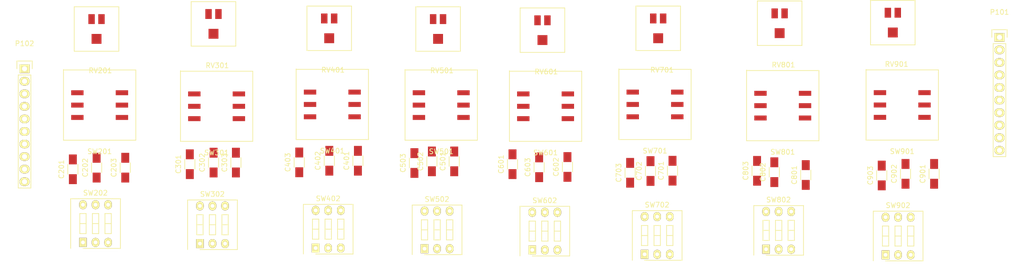
<source format=kicad_pcb>
(kicad_pcb (version 4) (host pcbnew 4.0.1-stable)

  (general
    (links 123)
    (no_connects 123)
    (area 22.86 53.08 229.976667 108.22)
    (thickness 1.6)
    (drawings 0)
    (tracks 0)
    (zones 0)
    (modules 50)
    (nets 58)
  )

  (page A4)
  (layers
    (0 F.Cu signal)
    (31 B.Cu signal)
    (32 B.Adhes user)
    (33 F.Adhes user)
    (34 B.Paste user)
    (35 F.Paste user)
    (36 B.SilkS user)
    (37 F.SilkS user)
    (38 B.Mask user)
    (39 F.Mask user)
    (40 Dwgs.User user)
    (41 Cmts.User user)
    (42 Eco1.User user)
    (43 Eco2.User user)
    (44 Edge.Cuts user)
    (45 Margin user)
    (46 B.CrtYd user)
    (47 F.CrtYd user)
    (48 B.Fab user)
    (49 F.Fab user)
  )

  (setup
    (last_trace_width 0.25)
    (trace_clearance 0.2)
    (zone_clearance 0.508)
    (zone_45_only no)
    (trace_min 0.2)
    (segment_width 0.2)
    (edge_width 0.15)
    (via_size 0.6)
    (via_drill 0.4)
    (via_min_size 0.4)
    (via_min_drill 0.3)
    (uvia_size 0.3)
    (uvia_drill 0.1)
    (uvias_allowed no)
    (uvia_min_size 0.2)
    (uvia_min_drill 0.1)
    (pcb_text_width 0.3)
    (pcb_text_size 1.5 1.5)
    (mod_edge_width 0.15)
    (mod_text_size 1 1)
    (mod_text_width 0.15)
    (pad_size 1.524 1.524)
    (pad_drill 0.762)
    (pad_to_mask_clearance 0.2)
    (aux_axis_origin 0 0)
    (visible_elements FFFFF77F)
    (pcbplotparams
      (layerselection 0x00030_80000001)
      (usegerberextensions false)
      (excludeedgelayer true)
      (linewidth 0.100000)
      (plotframeref false)
      (viasonmask false)
      (mode 1)
      (useauxorigin false)
      (hpglpennumber 1)
      (hpglpenspeed 20)
      (hpglpendiameter 15)
      (hpglpenoverlay 2)
      (psnegative false)
      (psa4output false)
      (plotreference true)
      (plotvalue true)
      (plotinvisibletext false)
      (padsonsilk false)
      (subtractmaskfromsilk false)
      (outputformat 1)
      (mirror false)
      (drillshape 1)
      (scaleselection 1)
      (outputdirectory ""))
  )

  (net 0 "")
  (net 1 "Net-(C201-Pad1)")
  (net 2 GND)
  (net 3 "Net-(C202-Pad1)")
  (net 4 "Net-(C203-Pad1)")
  (net 5 "Net-(C301-Pad1)")
  (net 6 "Net-(C302-Pad1)")
  (net 7 "Net-(C303-Pad1)")
  (net 8 "Net-(C401-Pad1)")
  (net 9 "Net-(C402-Pad1)")
  (net 10 "Net-(C403-Pad1)")
  (net 11 "Net-(C501-Pad1)")
  (net 12 "Net-(C502-Pad1)")
  (net 13 "Net-(C503-Pad1)")
  (net 14 "Net-(C601-Pad1)")
  (net 15 "Net-(C602-Pad1)")
  (net 16 "Net-(C603-Pad1)")
  (net 17 "Net-(C701-Pad1)")
  (net 18 "Net-(C702-Pad1)")
  (net 19 "Net-(C703-Pad1)")
  (net 20 "Net-(C801-Pad1)")
  (net 21 "Net-(C802-Pad1)")
  (net 22 "Net-(C803-Pad1)")
  (net 23 "Net-(C901-Pad1)")
  (net 24 "Net-(C902-Pad1)")
  (net 25 "Net-(C903-Pad1)")
  (net 26 Pin1)
  (net 27 Pin2)
  (net 28 Pin3)
  (net 29 Pin4)
  (net 30 Pin5)
  (net 31 Pin6)
  (net 32 Pin7)
  (net 33 Pin8)
  (net 34 Src8)
  (net 35 Src7)
  (net 36 Src6)
  (net 37 Src5)
  (net 38 Src4)
  (net 39 Src3)
  (net 40 Src2)
  (net 41 Src1)
  (net 42 "Net-(RV201-Pad1)")
  (net 43 "Net-(RV201-Pad2)")
  (net 44 "Net-(RV301-Pad1)")
  (net 45 "Net-(RV301-Pad2)")
  (net 46 "Net-(RV401-Pad1)")
  (net 47 "Net-(RV401-Pad2)")
  (net 48 "Net-(RV501-Pad1)")
  (net 49 "Net-(RV501-Pad2)")
  (net 50 "Net-(RV601-Pad1)")
  (net 51 "Net-(RV601-Pad2)")
  (net 52 "Net-(RV701-Pad1)")
  (net 53 "Net-(RV701-Pad2)")
  (net 54 "Net-(RV801-Pad1)")
  (net 55 "Net-(RV801-Pad2)")
  (net 56 "Net-(RV901-Pad1)")
  (net 57 "Net-(RV901-Pad2)")

  (net_class Default "This is the default net class."
    (clearance 0.2)
    (trace_width 0.25)
    (via_dia 0.6)
    (via_drill 0.4)
    (uvia_dia 0.3)
    (uvia_drill 0.1)
    (add_net GND)
    (add_net "Net-(C201-Pad1)")
    (add_net "Net-(C202-Pad1)")
    (add_net "Net-(C203-Pad1)")
    (add_net "Net-(C301-Pad1)")
    (add_net "Net-(C302-Pad1)")
    (add_net "Net-(C303-Pad1)")
    (add_net "Net-(C401-Pad1)")
    (add_net "Net-(C402-Pad1)")
    (add_net "Net-(C403-Pad1)")
    (add_net "Net-(C501-Pad1)")
    (add_net "Net-(C502-Pad1)")
    (add_net "Net-(C503-Pad1)")
    (add_net "Net-(C601-Pad1)")
    (add_net "Net-(C602-Pad1)")
    (add_net "Net-(C603-Pad1)")
    (add_net "Net-(C701-Pad1)")
    (add_net "Net-(C702-Pad1)")
    (add_net "Net-(C703-Pad1)")
    (add_net "Net-(C801-Pad1)")
    (add_net "Net-(C802-Pad1)")
    (add_net "Net-(C803-Pad1)")
    (add_net "Net-(C901-Pad1)")
    (add_net "Net-(C902-Pad1)")
    (add_net "Net-(C903-Pad1)")
    (add_net "Net-(RV201-Pad1)")
    (add_net "Net-(RV201-Pad2)")
    (add_net "Net-(RV301-Pad1)")
    (add_net "Net-(RV301-Pad2)")
    (add_net "Net-(RV401-Pad1)")
    (add_net "Net-(RV401-Pad2)")
    (add_net "Net-(RV501-Pad1)")
    (add_net "Net-(RV501-Pad2)")
    (add_net "Net-(RV601-Pad1)")
    (add_net "Net-(RV601-Pad2)")
    (add_net "Net-(RV701-Pad1)")
    (add_net "Net-(RV701-Pad2)")
    (add_net "Net-(RV801-Pad1)")
    (add_net "Net-(RV801-Pad2)")
    (add_net "Net-(RV901-Pad1)")
    (add_net "Net-(RV901-Pad2)")
    (add_net Pin1)
    (add_net Pin2)
    (add_net Pin3)
    (add_net Pin4)
    (add_net Pin5)
    (add_net Pin6)
    (add_net Pin7)
    (add_net Pin8)
    (add_net Src1)
    (add_net Src2)
    (add_net Src3)
    (add_net Src4)
    (add_net Src5)
    (add_net Src6)
    (add_net Src7)
    (add_net Src8)
  )

  (module Capacitors_SMD:C_1206_HandSoldering (layer F.Cu) (tedit 541A9C03) (tstamp 56D9D403)
    (at 37.725001 87.535 90)
    (descr "Capacitor SMD 1206, hand soldering")
    (tags "capacitor 1206")
    (path /56D61275/56D614A7)
    (attr smd)
    (fp_text reference C201 (at 0 -2.3 90) (layer F.SilkS)
      (effects (font (size 1 1) (thickness 0.15)))
    )
    (fp_text value C_Small (at 0 2.3 90) (layer F.Fab)
      (effects (font (size 1 1) (thickness 0.15)))
    )
    (fp_line (start -3.3 -1.15) (end 3.3 -1.15) (layer F.CrtYd) (width 0.05))
    (fp_line (start -3.3 1.15) (end 3.3 1.15) (layer F.CrtYd) (width 0.05))
    (fp_line (start -3.3 -1.15) (end -3.3 1.15) (layer F.CrtYd) (width 0.05))
    (fp_line (start 3.3 -1.15) (end 3.3 1.15) (layer F.CrtYd) (width 0.05))
    (fp_line (start 1 -1.025) (end -1 -1.025) (layer F.SilkS) (width 0.15))
    (fp_line (start -1 1.025) (end 1 1.025) (layer F.SilkS) (width 0.15))
    (pad 1 smd rect (at -2 0 90) (size 2 1.6) (layers F.Cu F.Paste F.Mask)
      (net 1 "Net-(C201-Pad1)"))
    (pad 2 smd rect (at 2 0 90) (size 2 1.6) (layers F.Cu F.Paste F.Mask)
      (net 2 GND))
    (model Capacitors_SMD.3dshapes/C_1206_HandSoldering.wrl
      (at (xyz 0 0 0))
      (scale (xyz 1 1 1))
      (rotate (xyz 0 0 0))
    )
  )

  (module Capacitors_SMD:C_1206_HandSoldering (layer F.Cu) (tedit 541A9C03) (tstamp 56D9D40F)
    (at 42.525001 87.205 90)
    (descr "Capacitor SMD 1206, hand soldering")
    (tags "capacitor 1206")
    (path /56D61275/56D6147F)
    (attr smd)
    (fp_text reference C202 (at 0 -2.3 90) (layer F.SilkS)
      (effects (font (size 1 1) (thickness 0.15)))
    )
    (fp_text value C_Small (at 0 2.3 90) (layer F.Fab)
      (effects (font (size 1 1) (thickness 0.15)))
    )
    (fp_line (start -3.3 -1.15) (end 3.3 -1.15) (layer F.CrtYd) (width 0.05))
    (fp_line (start -3.3 1.15) (end 3.3 1.15) (layer F.CrtYd) (width 0.05))
    (fp_line (start -3.3 -1.15) (end -3.3 1.15) (layer F.CrtYd) (width 0.05))
    (fp_line (start 3.3 -1.15) (end 3.3 1.15) (layer F.CrtYd) (width 0.05))
    (fp_line (start 1 -1.025) (end -1 -1.025) (layer F.SilkS) (width 0.15))
    (fp_line (start -1 1.025) (end 1 1.025) (layer F.SilkS) (width 0.15))
    (pad 1 smd rect (at -2 0 90) (size 2 1.6) (layers F.Cu F.Paste F.Mask)
      (net 3 "Net-(C202-Pad1)"))
    (pad 2 smd rect (at 2 0 90) (size 2 1.6) (layers F.Cu F.Paste F.Mask)
      (net 2 GND))
    (model Capacitors_SMD.3dshapes/C_1206_HandSoldering.wrl
      (at (xyz 0 0 0))
      (scale (xyz 1 1 1))
      (rotate (xyz 0 0 0))
    )
  )

  (module Capacitors_SMD:C_1206_HandSoldering (layer F.Cu) (tedit 541A9C03) (tstamp 56D9D41B)
    (at 48.305001 87.205 90)
    (descr "Capacitor SMD 1206, hand soldering")
    (tags "capacitor 1206")
    (path /56D61275/56D6142F)
    (attr smd)
    (fp_text reference C203 (at 0 -2.3 90) (layer F.SilkS)
      (effects (font (size 1 1) (thickness 0.15)))
    )
    (fp_text value C_Small (at 0 2.3 90) (layer F.Fab)
      (effects (font (size 1 1) (thickness 0.15)))
    )
    (fp_line (start -3.3 -1.15) (end 3.3 -1.15) (layer F.CrtYd) (width 0.05))
    (fp_line (start -3.3 1.15) (end 3.3 1.15) (layer F.CrtYd) (width 0.05))
    (fp_line (start -3.3 -1.15) (end -3.3 1.15) (layer F.CrtYd) (width 0.05))
    (fp_line (start 3.3 -1.15) (end 3.3 1.15) (layer F.CrtYd) (width 0.05))
    (fp_line (start 1 -1.025) (end -1 -1.025) (layer F.SilkS) (width 0.15))
    (fp_line (start -1 1.025) (end 1 1.025) (layer F.SilkS) (width 0.15))
    (pad 1 smd rect (at -2 0 90) (size 2 1.6) (layers F.Cu F.Paste F.Mask)
      (net 4 "Net-(C203-Pad1)"))
    (pad 2 smd rect (at 2 0 90) (size 2 1.6) (layers F.Cu F.Paste F.Mask)
      (net 2 GND))
    (model Capacitors_SMD.3dshapes/C_1206_HandSoldering.wrl
      (at (xyz 0 0 0))
      (scale (xyz 1 1 1))
      (rotate (xyz 0 0 0))
    )
  )

  (module Capacitors_SMD:C_1206_HandSoldering (layer F.Cu) (tedit 541A9C03) (tstamp 56D9D427)
    (at 61.345001 86.505 90)
    (descr "Capacitor SMD 1206, hand soldering")
    (tags "capacitor 1206")
    (path /56D61AB8/56D614A7)
    (attr smd)
    (fp_text reference C301 (at 0 -2.3 90) (layer F.SilkS)
      (effects (font (size 1 1) (thickness 0.15)))
    )
    (fp_text value C_Small (at 0 2.3 90) (layer F.Fab)
      (effects (font (size 1 1) (thickness 0.15)))
    )
    (fp_line (start -3.3 -1.15) (end 3.3 -1.15) (layer F.CrtYd) (width 0.05))
    (fp_line (start -3.3 1.15) (end 3.3 1.15) (layer F.CrtYd) (width 0.05))
    (fp_line (start -3.3 -1.15) (end -3.3 1.15) (layer F.CrtYd) (width 0.05))
    (fp_line (start 3.3 -1.15) (end 3.3 1.15) (layer F.CrtYd) (width 0.05))
    (fp_line (start 1 -1.025) (end -1 -1.025) (layer F.SilkS) (width 0.15))
    (fp_line (start -1 1.025) (end 1 1.025) (layer F.SilkS) (width 0.15))
    (pad 1 smd rect (at -2 0 90) (size 2 1.6) (layers F.Cu F.Paste F.Mask)
      (net 5 "Net-(C301-Pad1)"))
    (pad 2 smd rect (at 2 0 90) (size 2 1.6) (layers F.Cu F.Paste F.Mask)
      (net 2 GND))
    (model Capacitors_SMD.3dshapes/C_1206_HandSoldering.wrl
      (at (xyz 0 0 0))
      (scale (xyz 1 1 1))
      (rotate (xyz 0 0 0))
    )
  )

  (module Capacitors_SMD:C_1206_HandSoldering (layer F.Cu) (tedit 541A9C03) (tstamp 56D9D433)
    (at 66.145001 86.175 90)
    (descr "Capacitor SMD 1206, hand soldering")
    (tags "capacitor 1206")
    (path /56D61AB8/56D6147F)
    (attr smd)
    (fp_text reference C302 (at 0 -2.3 90) (layer F.SilkS)
      (effects (font (size 1 1) (thickness 0.15)))
    )
    (fp_text value C_Small (at 0 2.3 90) (layer F.Fab)
      (effects (font (size 1 1) (thickness 0.15)))
    )
    (fp_line (start -3.3 -1.15) (end 3.3 -1.15) (layer F.CrtYd) (width 0.05))
    (fp_line (start -3.3 1.15) (end 3.3 1.15) (layer F.CrtYd) (width 0.05))
    (fp_line (start -3.3 -1.15) (end -3.3 1.15) (layer F.CrtYd) (width 0.05))
    (fp_line (start 3.3 -1.15) (end 3.3 1.15) (layer F.CrtYd) (width 0.05))
    (fp_line (start 1 -1.025) (end -1 -1.025) (layer F.SilkS) (width 0.15))
    (fp_line (start -1 1.025) (end 1 1.025) (layer F.SilkS) (width 0.15))
    (pad 1 smd rect (at -2 0 90) (size 2 1.6) (layers F.Cu F.Paste F.Mask)
      (net 6 "Net-(C302-Pad1)"))
    (pad 2 smd rect (at 2 0 90) (size 2 1.6) (layers F.Cu F.Paste F.Mask)
      (net 2 GND))
    (model Capacitors_SMD.3dshapes/C_1206_HandSoldering.wrl
      (at (xyz 0 0 0))
      (scale (xyz 1 1 1))
      (rotate (xyz 0 0 0))
    )
  )

  (module Capacitors_SMD:C_1206_HandSoldering (layer F.Cu) (tedit 541A9C03) (tstamp 56D9D43F)
    (at 70.655001 86.175 90)
    (descr "Capacitor SMD 1206, hand soldering")
    (tags "capacitor 1206")
    (path /56D61AB8/56D6142F)
    (attr smd)
    (fp_text reference C303 (at 0 -2.3 90) (layer F.SilkS)
      (effects (font (size 1 1) (thickness 0.15)))
    )
    (fp_text value C_Small (at 0 2.3 90) (layer F.Fab)
      (effects (font (size 1 1) (thickness 0.15)))
    )
    (fp_line (start -3.3 -1.15) (end 3.3 -1.15) (layer F.CrtYd) (width 0.05))
    (fp_line (start -3.3 1.15) (end 3.3 1.15) (layer F.CrtYd) (width 0.05))
    (fp_line (start -3.3 -1.15) (end -3.3 1.15) (layer F.CrtYd) (width 0.05))
    (fp_line (start 3.3 -1.15) (end 3.3 1.15) (layer F.CrtYd) (width 0.05))
    (fp_line (start 1 -1.025) (end -1 -1.025) (layer F.SilkS) (width 0.15))
    (fp_line (start -1 1.025) (end 1 1.025) (layer F.SilkS) (width 0.15))
    (pad 1 smd rect (at -2 0 90) (size 2 1.6) (layers F.Cu F.Paste F.Mask)
      (net 7 "Net-(C303-Pad1)"))
    (pad 2 smd rect (at 2 0 90) (size 2 1.6) (layers F.Cu F.Paste F.Mask)
      (net 2 GND))
    (model Capacitors_SMD.3dshapes/C_1206_HandSoldering.wrl
      (at (xyz 0 0 0))
      (scale (xyz 1 1 1))
      (rotate (xyz 0 0 0))
    )
  )

  (module Capacitors_SMD:C_1206_HandSoldering (layer F.Cu) (tedit 541A9C03) (tstamp 56D9D44B)
    (at 95.295001 85.805 90)
    (descr "Capacitor SMD 1206, hand soldering")
    (tags "capacitor 1206")
    (path /56D620FB/56D614A7)
    (attr smd)
    (fp_text reference C401 (at 0 -2.3 90) (layer F.SilkS)
      (effects (font (size 1 1) (thickness 0.15)))
    )
    (fp_text value C_Small (at 0 2.3 90) (layer F.Fab)
      (effects (font (size 1 1) (thickness 0.15)))
    )
    (fp_line (start -3.3 -1.15) (end 3.3 -1.15) (layer F.CrtYd) (width 0.05))
    (fp_line (start -3.3 1.15) (end 3.3 1.15) (layer F.CrtYd) (width 0.05))
    (fp_line (start -3.3 -1.15) (end -3.3 1.15) (layer F.CrtYd) (width 0.05))
    (fp_line (start 3.3 -1.15) (end 3.3 1.15) (layer F.CrtYd) (width 0.05))
    (fp_line (start 1 -1.025) (end -1 -1.025) (layer F.SilkS) (width 0.15))
    (fp_line (start -1 1.025) (end 1 1.025) (layer F.SilkS) (width 0.15))
    (pad 1 smd rect (at -2 0 90) (size 2 1.6) (layers F.Cu F.Paste F.Mask)
      (net 8 "Net-(C401-Pad1)"))
    (pad 2 smd rect (at 2 0 90) (size 2 1.6) (layers F.Cu F.Paste F.Mask)
      (net 2 GND))
    (model Capacitors_SMD.3dshapes/C_1206_HandSoldering.wrl
      (at (xyz 0 0 0))
      (scale (xyz 1 1 1))
      (rotate (xyz 0 0 0))
    )
  )

  (module Capacitors_SMD:C_1206_HandSoldering (layer F.Cu) (tedit 541A9C03) (tstamp 56D9D457)
    (at 89.515001 85.805 90)
    (descr "Capacitor SMD 1206, hand soldering")
    (tags "capacitor 1206")
    (path /56D620FB/56D6147F)
    (attr smd)
    (fp_text reference C402 (at 0 -2.3 90) (layer F.SilkS)
      (effects (font (size 1 1) (thickness 0.15)))
    )
    (fp_text value C_Small (at 0 2.3 90) (layer F.Fab)
      (effects (font (size 1 1) (thickness 0.15)))
    )
    (fp_line (start -3.3 -1.15) (end 3.3 -1.15) (layer F.CrtYd) (width 0.05))
    (fp_line (start -3.3 1.15) (end 3.3 1.15) (layer F.CrtYd) (width 0.05))
    (fp_line (start -3.3 -1.15) (end -3.3 1.15) (layer F.CrtYd) (width 0.05))
    (fp_line (start 3.3 -1.15) (end 3.3 1.15) (layer F.CrtYd) (width 0.05))
    (fp_line (start 1 -1.025) (end -1 -1.025) (layer F.SilkS) (width 0.15))
    (fp_line (start -1 1.025) (end 1 1.025) (layer F.SilkS) (width 0.15))
    (pad 1 smd rect (at -2 0 90) (size 2 1.6) (layers F.Cu F.Paste F.Mask)
      (net 9 "Net-(C402-Pad1)"))
    (pad 2 smd rect (at 2 0 90) (size 2 1.6) (layers F.Cu F.Paste F.Mask)
      (net 2 GND))
    (model Capacitors_SMD.3dshapes/C_1206_HandSoldering.wrl
      (at (xyz 0 0 0))
      (scale (xyz 1 1 1))
      (rotate (xyz 0 0 0))
    )
  )

  (module Capacitors_SMD:C_1206_HandSoldering (layer F.Cu) (tedit 541A9C03) (tstamp 56D9D463)
    (at 83.445001 86.135 90)
    (descr "Capacitor SMD 1206, hand soldering")
    (tags "capacitor 1206")
    (path /56D620FB/56D6142F)
    (attr smd)
    (fp_text reference C403 (at 0 -2.3 90) (layer F.SilkS)
      (effects (font (size 1 1) (thickness 0.15)))
    )
    (fp_text value C_Small (at 0 2.3 90) (layer F.Fab)
      (effects (font (size 1 1) (thickness 0.15)))
    )
    (fp_line (start -3.3 -1.15) (end 3.3 -1.15) (layer F.CrtYd) (width 0.05))
    (fp_line (start -3.3 1.15) (end 3.3 1.15) (layer F.CrtYd) (width 0.05))
    (fp_line (start -3.3 -1.15) (end -3.3 1.15) (layer F.CrtYd) (width 0.05))
    (fp_line (start 3.3 -1.15) (end 3.3 1.15) (layer F.CrtYd) (width 0.05))
    (fp_line (start 1 -1.025) (end -1 -1.025) (layer F.SilkS) (width 0.15))
    (fp_line (start -1 1.025) (end 1 1.025) (layer F.SilkS) (width 0.15))
    (pad 1 smd rect (at -2 0 90) (size 2 1.6) (layers F.Cu F.Paste F.Mask)
      (net 10 "Net-(C403-Pad1)"))
    (pad 2 smd rect (at 2 0 90) (size 2 1.6) (layers F.Cu F.Paste F.Mask)
      (net 2 GND))
    (model Capacitors_SMD.3dshapes/C_1206_HandSoldering.wrl
      (at (xyz 0 0 0))
      (scale (xyz 1 1 1))
      (rotate (xyz 0 0 0))
    )
  )

  (module Capacitors_SMD:C_1206_HandSoldering (layer F.Cu) (tedit 541A9C03) (tstamp 56D9D46F)
    (at 114.745001 85.935 90)
    (descr "Capacitor SMD 1206, hand soldering")
    (tags "capacitor 1206")
    (path /56D62100/56D614A7)
    (attr smd)
    (fp_text reference C501 (at 0 -2.3 90) (layer F.SilkS)
      (effects (font (size 1 1) (thickness 0.15)))
    )
    (fp_text value C_Small (at 0 2.3 90) (layer F.Fab)
      (effects (font (size 1 1) (thickness 0.15)))
    )
    (fp_line (start -3.3 -1.15) (end 3.3 -1.15) (layer F.CrtYd) (width 0.05))
    (fp_line (start -3.3 1.15) (end 3.3 1.15) (layer F.CrtYd) (width 0.05))
    (fp_line (start -3.3 -1.15) (end -3.3 1.15) (layer F.CrtYd) (width 0.05))
    (fp_line (start 3.3 -1.15) (end 3.3 1.15) (layer F.CrtYd) (width 0.05))
    (fp_line (start 1 -1.025) (end -1 -1.025) (layer F.SilkS) (width 0.15))
    (fp_line (start -1 1.025) (end 1 1.025) (layer F.SilkS) (width 0.15))
    (pad 1 smd rect (at -2 0 90) (size 2 1.6) (layers F.Cu F.Paste F.Mask)
      (net 11 "Net-(C501-Pad1)"))
    (pad 2 smd rect (at 2 0 90) (size 2 1.6) (layers F.Cu F.Paste F.Mask)
      (net 2 GND))
    (model Capacitors_SMD.3dshapes/C_1206_HandSoldering.wrl
      (at (xyz 0 0 0))
      (scale (xyz 1 1 1))
      (rotate (xyz 0 0 0))
    )
  )

  (module Capacitors_SMD:C_1206_HandSoldering (layer F.Cu) (tedit 541A9C03) (tstamp 56D9D47B)
    (at 110.235001 85.935 90)
    (descr "Capacitor SMD 1206, hand soldering")
    (tags "capacitor 1206")
    (path /56D62100/56D6147F)
    (attr smd)
    (fp_text reference C502 (at 0 -2.3 90) (layer F.SilkS)
      (effects (font (size 1 1) (thickness 0.15)))
    )
    (fp_text value C_Small (at 0 2.3 90) (layer F.Fab)
      (effects (font (size 1 1) (thickness 0.15)))
    )
    (fp_line (start -3.3 -1.15) (end 3.3 -1.15) (layer F.CrtYd) (width 0.05))
    (fp_line (start -3.3 1.15) (end 3.3 1.15) (layer F.CrtYd) (width 0.05))
    (fp_line (start -3.3 -1.15) (end -3.3 1.15) (layer F.CrtYd) (width 0.05))
    (fp_line (start 3.3 -1.15) (end 3.3 1.15) (layer F.CrtYd) (width 0.05))
    (fp_line (start 1 -1.025) (end -1 -1.025) (layer F.SilkS) (width 0.15))
    (fp_line (start -1 1.025) (end 1 1.025) (layer F.SilkS) (width 0.15))
    (pad 1 smd rect (at -2 0 90) (size 2 1.6) (layers F.Cu F.Paste F.Mask)
      (net 12 "Net-(C502-Pad1)"))
    (pad 2 smd rect (at 2 0 90) (size 2 1.6) (layers F.Cu F.Paste F.Mask)
      (net 2 GND))
    (model Capacitors_SMD.3dshapes/C_1206_HandSoldering.wrl
      (at (xyz 0 0 0))
      (scale (xyz 1 1 1))
      (rotate (xyz 0 0 0))
    )
  )

  (module Capacitors_SMD:C_1206_HandSoldering (layer F.Cu) (tedit 541A9C03) (tstamp 56D9D487)
    (at 106.705001 86.265 90)
    (descr "Capacitor SMD 1206, hand soldering")
    (tags "capacitor 1206")
    (path /56D62100/56D6142F)
    (attr smd)
    (fp_text reference C503 (at 0 -2.3 90) (layer F.SilkS)
      (effects (font (size 1 1) (thickness 0.15)))
    )
    (fp_text value C_Small (at 0 2.3 90) (layer F.Fab)
      (effects (font (size 1 1) (thickness 0.15)))
    )
    (fp_line (start -3.3 -1.15) (end 3.3 -1.15) (layer F.CrtYd) (width 0.05))
    (fp_line (start -3.3 1.15) (end 3.3 1.15) (layer F.CrtYd) (width 0.05))
    (fp_line (start -3.3 -1.15) (end -3.3 1.15) (layer F.CrtYd) (width 0.05))
    (fp_line (start 3.3 -1.15) (end 3.3 1.15) (layer F.CrtYd) (width 0.05))
    (fp_line (start 1 -1.025) (end -1 -1.025) (layer F.SilkS) (width 0.15))
    (fp_line (start -1 1.025) (end 1 1.025) (layer F.SilkS) (width 0.15))
    (pad 1 smd rect (at -2 0 90) (size 2 1.6) (layers F.Cu F.Paste F.Mask)
      (net 13 "Net-(C503-Pad1)"))
    (pad 2 smd rect (at 2 0 90) (size 2 1.6) (layers F.Cu F.Paste F.Mask)
      (net 2 GND))
    (model Capacitors_SMD.3dshapes/C_1206_HandSoldering.wrl
      (at (xyz 0 0 0))
      (scale (xyz 1 1 1))
      (rotate (xyz 0 0 0))
    )
  )

  (module Capacitors_SMD:C_1206_HandSoldering (layer F.Cu) (tedit 541A9C03) (tstamp 56D9D493)
    (at 126.515001 86.505 90)
    (descr "Capacitor SMD 1206, hand soldering")
    (tags "capacitor 1206")
    (path /56D62CED/56D614A7)
    (attr smd)
    (fp_text reference C601 (at 0 -2.3 90) (layer F.SilkS)
      (effects (font (size 1 1) (thickness 0.15)))
    )
    (fp_text value C_Small (at 0 2.3 90) (layer F.Fab)
      (effects (font (size 1 1) (thickness 0.15)))
    )
    (fp_line (start -3.3 -1.15) (end 3.3 -1.15) (layer F.CrtYd) (width 0.05))
    (fp_line (start -3.3 1.15) (end 3.3 1.15) (layer F.CrtYd) (width 0.05))
    (fp_line (start -3.3 -1.15) (end -3.3 1.15) (layer F.CrtYd) (width 0.05))
    (fp_line (start 3.3 -1.15) (end 3.3 1.15) (layer F.CrtYd) (width 0.05))
    (fp_line (start 1 -1.025) (end -1 -1.025) (layer F.SilkS) (width 0.15))
    (fp_line (start -1 1.025) (end 1 1.025) (layer F.SilkS) (width 0.15))
    (pad 1 smd rect (at -2 0 90) (size 2 1.6) (layers F.Cu F.Paste F.Mask)
      (net 14 "Net-(C601-Pad1)"))
    (pad 2 smd rect (at 2 0 90) (size 2 1.6) (layers F.Cu F.Paste F.Mask)
      (net 2 GND))
    (model Capacitors_SMD.3dshapes/C_1206_HandSoldering.wrl
      (at (xyz 0 0 0))
      (scale (xyz 1 1 1))
      (rotate (xyz 0 0 0))
    )
  )

  (module Capacitors_SMD:C_1206_HandSoldering (layer F.Cu) (tedit 541A9C03) (tstamp 56D9D49F)
    (at 137.61 87.059999 90)
    (descr "Capacitor SMD 1206, hand soldering")
    (tags "capacitor 1206")
    (path /56D62CED/56D6147F)
    (attr smd)
    (fp_text reference C602 (at 0 -2.3 90) (layer F.SilkS)
      (effects (font (size 1 1) (thickness 0.15)))
    )
    (fp_text value C_Small (at 0 2.3 90) (layer F.Fab)
      (effects (font (size 1 1) (thickness 0.15)))
    )
    (fp_line (start -3.3 -1.15) (end 3.3 -1.15) (layer F.CrtYd) (width 0.05))
    (fp_line (start -3.3 1.15) (end 3.3 1.15) (layer F.CrtYd) (width 0.05))
    (fp_line (start -3.3 -1.15) (end -3.3 1.15) (layer F.CrtYd) (width 0.05))
    (fp_line (start 3.3 -1.15) (end 3.3 1.15) (layer F.CrtYd) (width 0.05))
    (fp_line (start 1 -1.025) (end -1 -1.025) (layer F.SilkS) (width 0.15))
    (fp_line (start -1 1.025) (end 1 1.025) (layer F.SilkS) (width 0.15))
    (pad 1 smd rect (at -2 0 90) (size 2 1.6) (layers F.Cu F.Paste F.Mask)
      (net 15 "Net-(C602-Pad1)"))
    (pad 2 smd rect (at 2 0 90) (size 2 1.6) (layers F.Cu F.Paste F.Mask)
      (net 2 GND))
    (model Capacitors_SMD.3dshapes/C_1206_HandSoldering.wrl
      (at (xyz 0 0 0))
      (scale (xyz 1 1 1))
      (rotate (xyz 0 0 0))
    )
  )

  (module Capacitors_SMD:C_1206_HandSoldering (layer F.Cu) (tedit 541A9C03) (tstamp 56D9D4AB)
    (at 131.895 87.124999 90)
    (descr "Capacitor SMD 1206, hand soldering")
    (tags "capacitor 1206")
    (path /56D62CED/56D6142F)
    (attr smd)
    (fp_text reference C603 (at 0 -2.3 90) (layer F.SilkS)
      (effects (font (size 1 1) (thickness 0.15)))
    )
    (fp_text value C_Small (at 0 2.3 90) (layer F.Fab)
      (effects (font (size 1 1) (thickness 0.15)))
    )
    (fp_line (start -3.3 -1.15) (end 3.3 -1.15) (layer F.CrtYd) (width 0.05))
    (fp_line (start -3.3 1.15) (end 3.3 1.15) (layer F.CrtYd) (width 0.05))
    (fp_line (start -3.3 -1.15) (end -3.3 1.15) (layer F.CrtYd) (width 0.05))
    (fp_line (start 3.3 -1.15) (end 3.3 1.15) (layer F.CrtYd) (width 0.05))
    (fp_line (start 1 -1.025) (end -1 -1.025) (layer F.SilkS) (width 0.15))
    (fp_line (start -1 1.025) (end 1 1.025) (layer F.SilkS) (width 0.15))
    (pad 1 smd rect (at -2 0 90) (size 2 1.6) (layers F.Cu F.Paste F.Mask)
      (net 16 "Net-(C603-Pad1)"))
    (pad 2 smd rect (at 2 0 90) (size 2 1.6) (layers F.Cu F.Paste F.Mask)
      (net 2 GND))
    (model Capacitors_SMD.3dshapes/C_1206_HandSoldering.wrl
      (at (xyz 0 0 0))
      (scale (xyz 1 1 1))
      (rotate (xyz 0 0 0))
    )
  )

  (module Capacitors_SMD:C_1206_HandSoldering (layer F.Cu) (tedit 541A9C03) (tstamp 56D9D4B7)
    (at 158.83 87.819999 90)
    (descr "Capacitor SMD 1206, hand soldering")
    (tags "capacitor 1206")
    (path /56D62CF2/56D614A7)
    (attr smd)
    (fp_text reference C701 (at 0 -2.3 90) (layer F.SilkS)
      (effects (font (size 1 1) (thickness 0.15)))
    )
    (fp_text value C_Small (at 0 2.3 90) (layer F.Fab)
      (effects (font (size 1 1) (thickness 0.15)))
    )
    (fp_line (start -3.3 -1.15) (end 3.3 -1.15) (layer F.CrtYd) (width 0.05))
    (fp_line (start -3.3 1.15) (end 3.3 1.15) (layer F.CrtYd) (width 0.05))
    (fp_line (start -3.3 -1.15) (end -3.3 1.15) (layer F.CrtYd) (width 0.05))
    (fp_line (start 3.3 -1.15) (end 3.3 1.15) (layer F.CrtYd) (width 0.05))
    (fp_line (start 1 -1.025) (end -1 -1.025) (layer F.SilkS) (width 0.15))
    (fp_line (start -1 1.025) (end 1 1.025) (layer F.SilkS) (width 0.15))
    (pad 1 smd rect (at -2 0 90) (size 2 1.6) (layers F.Cu F.Paste F.Mask)
      (net 17 "Net-(C701-Pad1)"))
    (pad 2 smd rect (at 2 0 90) (size 2 1.6) (layers F.Cu F.Paste F.Mask)
      (net 2 GND))
    (model Capacitors_SMD.3dshapes/C_1206_HandSoldering.wrl
      (at (xyz 0 0 0))
      (scale (xyz 1 1 1))
      (rotate (xyz 0 0 0))
    )
  )

  (module Capacitors_SMD:C_1206_HandSoldering (layer F.Cu) (tedit 541A9C03) (tstamp 56D9D4C3)
    (at 154.385 87.884999 90)
    (descr "Capacitor SMD 1206, hand soldering")
    (tags "capacitor 1206")
    (path /56D62CF2/56D6147F)
    (attr smd)
    (fp_text reference C702 (at 0 -2.3 90) (layer F.SilkS)
      (effects (font (size 1 1) (thickness 0.15)))
    )
    (fp_text value C_Small (at 0 2.3 90) (layer F.Fab)
      (effects (font (size 1 1) (thickness 0.15)))
    )
    (fp_line (start -3.3 -1.15) (end 3.3 -1.15) (layer F.CrtYd) (width 0.05))
    (fp_line (start -3.3 1.15) (end 3.3 1.15) (layer F.CrtYd) (width 0.05))
    (fp_line (start -3.3 -1.15) (end -3.3 1.15) (layer F.CrtYd) (width 0.05))
    (fp_line (start 3.3 -1.15) (end 3.3 1.15) (layer F.CrtYd) (width 0.05))
    (fp_line (start 1 -1.025) (end -1 -1.025) (layer F.SilkS) (width 0.15))
    (fp_line (start -1 1.025) (end 1 1.025) (layer F.SilkS) (width 0.15))
    (pad 1 smd rect (at -2 0 90) (size 2 1.6) (layers F.Cu F.Paste F.Mask)
      (net 18 "Net-(C702-Pad1)"))
    (pad 2 smd rect (at 2 0 90) (size 2 1.6) (layers F.Cu F.Paste F.Mask)
      (net 2 GND))
    (model Capacitors_SMD.3dshapes/C_1206_HandSoldering.wrl
      (at (xyz 0 0 0))
      (scale (xyz 1 1 1))
      (rotate (xyz 0 0 0))
    )
  )

  (module Capacitors_SMD:C_1206_HandSoldering (layer F.Cu) (tedit 541A9C03) (tstamp 56D9D4CF)
    (at 150.27 88.239999 90)
    (descr "Capacitor SMD 1206, hand soldering")
    (tags "capacitor 1206")
    (path /56D62CF2/56D6142F)
    (attr smd)
    (fp_text reference C703 (at 0 -2.3 90) (layer F.SilkS)
      (effects (font (size 1 1) (thickness 0.15)))
    )
    (fp_text value C_Small (at 0 2.3 90) (layer F.Fab)
      (effects (font (size 1 1) (thickness 0.15)))
    )
    (fp_line (start -3.3 -1.15) (end 3.3 -1.15) (layer F.CrtYd) (width 0.05))
    (fp_line (start -3.3 1.15) (end 3.3 1.15) (layer F.CrtYd) (width 0.05))
    (fp_line (start -3.3 -1.15) (end -3.3 1.15) (layer F.CrtYd) (width 0.05))
    (fp_line (start 3.3 -1.15) (end 3.3 1.15) (layer F.CrtYd) (width 0.05))
    (fp_line (start 1 -1.025) (end -1 -1.025) (layer F.SilkS) (width 0.15))
    (fp_line (start -1 1.025) (end 1 1.025) (layer F.SilkS) (width 0.15))
    (pad 1 smd rect (at -2 0 90) (size 2 1.6) (layers F.Cu F.Paste F.Mask)
      (net 19 "Net-(C703-Pad1)"))
    (pad 2 smd rect (at 2 0 90) (size 2 1.6) (layers F.Cu F.Paste F.Mask)
      (net 2 GND))
    (model Capacitors_SMD.3dshapes/C_1206_HandSoldering.wrl
      (at (xyz 0 0 0))
      (scale (xyz 1 1 1))
      (rotate (xyz 0 0 0))
    )
  )

  (module Capacitors_SMD:C_1206_HandSoldering (layer F.Cu) (tedit 541A9C03) (tstamp 56D9D4DB)
    (at 185.74 88.689999 90)
    (descr "Capacitor SMD 1206, hand soldering")
    (tags "capacitor 1206")
    (path /56D62CF7/56D614A7)
    (attr smd)
    (fp_text reference C801 (at 0 -2.3 90) (layer F.SilkS)
      (effects (font (size 1 1) (thickness 0.15)))
    )
    (fp_text value C_Small (at 0 2.3 90) (layer F.Fab)
      (effects (font (size 1 1) (thickness 0.15)))
    )
    (fp_line (start -3.3 -1.15) (end 3.3 -1.15) (layer F.CrtYd) (width 0.05))
    (fp_line (start -3.3 1.15) (end 3.3 1.15) (layer F.CrtYd) (width 0.05))
    (fp_line (start -3.3 -1.15) (end -3.3 1.15) (layer F.CrtYd) (width 0.05))
    (fp_line (start 3.3 -1.15) (end 3.3 1.15) (layer F.CrtYd) (width 0.05))
    (fp_line (start 1 -1.025) (end -1 -1.025) (layer F.SilkS) (width 0.15))
    (fp_line (start -1 1.025) (end 1 1.025) (layer F.SilkS) (width 0.15))
    (pad 1 smd rect (at -2 0 90) (size 2 1.6) (layers F.Cu F.Paste F.Mask)
      (net 20 "Net-(C801-Pad1)"))
    (pad 2 smd rect (at 2 0 90) (size 2 1.6) (layers F.Cu F.Paste F.Mask)
      (net 2 GND))
    (model Capacitors_SMD.3dshapes/C_1206_HandSoldering.wrl
      (at (xyz 0 0 0))
      (scale (xyz 1 1 1))
      (rotate (xyz 0 0 0))
    )
  )

  (module Capacitors_SMD:C_1206_HandSoldering (layer F.Cu) (tedit 541A9C03) (tstamp 56D9D4E7)
    (at 179.39 88.119999 90)
    (descr "Capacitor SMD 1206, hand soldering")
    (tags "capacitor 1206")
    (path /56D62CF7/56D6147F)
    (attr smd)
    (fp_text reference C802 (at 0 -2.3 90) (layer F.SilkS)
      (effects (font (size 1 1) (thickness 0.15)))
    )
    (fp_text value C_Small (at 0 2.3 90) (layer F.Fab)
      (effects (font (size 1 1) (thickness 0.15)))
    )
    (fp_line (start -3.3 -1.15) (end 3.3 -1.15) (layer F.CrtYd) (width 0.05))
    (fp_line (start -3.3 1.15) (end 3.3 1.15) (layer F.CrtYd) (width 0.05))
    (fp_line (start -3.3 -1.15) (end -3.3 1.15) (layer F.CrtYd) (width 0.05))
    (fp_line (start 3.3 -1.15) (end 3.3 1.15) (layer F.CrtYd) (width 0.05))
    (fp_line (start 1 -1.025) (end -1 -1.025) (layer F.SilkS) (width 0.15))
    (fp_line (start -1 1.025) (end 1 1.025) (layer F.SilkS) (width 0.15))
    (pad 1 smd rect (at -2 0 90) (size 2 1.6) (layers F.Cu F.Paste F.Mask)
      (net 21 "Net-(C802-Pad1)"))
    (pad 2 smd rect (at 2 0 90) (size 2 1.6) (layers F.Cu F.Paste F.Mask)
      (net 2 GND))
    (model Capacitors_SMD.3dshapes/C_1206_HandSoldering.wrl
      (at (xyz 0 0 0))
      (scale (xyz 1 1 1))
      (rotate (xyz 0 0 0))
    )
  )

  (module Capacitors_SMD:C_1206_HandSoldering (layer F.Cu) (tedit 541A9C03) (tstamp 56D9D4F3)
    (at 175.91 87.839999 90)
    (descr "Capacitor SMD 1206, hand soldering")
    (tags "capacitor 1206")
    (path /56D62CF7/56D6142F)
    (attr smd)
    (fp_text reference C803 (at 0 -2.3 90) (layer F.SilkS)
      (effects (font (size 1 1) (thickness 0.15)))
    )
    (fp_text value C_Small (at 0 2.3 90) (layer F.Fab)
      (effects (font (size 1 1) (thickness 0.15)))
    )
    (fp_line (start -3.3 -1.15) (end 3.3 -1.15) (layer F.CrtYd) (width 0.05))
    (fp_line (start -3.3 1.15) (end 3.3 1.15) (layer F.CrtYd) (width 0.05))
    (fp_line (start -3.3 -1.15) (end -3.3 1.15) (layer F.CrtYd) (width 0.05))
    (fp_line (start 3.3 -1.15) (end 3.3 1.15) (layer F.CrtYd) (width 0.05))
    (fp_line (start 1 -1.025) (end -1 -1.025) (layer F.SilkS) (width 0.15))
    (fp_line (start -1 1.025) (end 1 1.025) (layer F.SilkS) (width 0.15))
    (pad 1 smd rect (at -2 0 90) (size 2 1.6) (layers F.Cu F.Paste F.Mask)
      (net 22 "Net-(C803-Pad1)"))
    (pad 2 smd rect (at 2 0 90) (size 2 1.6) (layers F.Cu F.Paste F.Mask)
      (net 2 GND))
    (model Capacitors_SMD.3dshapes/C_1206_HandSoldering.wrl
      (at (xyz 0 0 0))
      (scale (xyz 1 1 1))
      (rotate (xyz 0 0 0))
    )
  )

  (module Capacitors_SMD:C_1206_HandSoldering (layer F.Cu) (tedit 541A9C03) (tstamp 56D9D4FF)
    (at 211.665001 88.455 90)
    (descr "Capacitor SMD 1206, hand soldering")
    (tags "capacitor 1206")
    (path /56D62CFC/56D614A7)
    (attr smd)
    (fp_text reference C901 (at 0 -2.3 90) (layer F.SilkS)
      (effects (font (size 1 1) (thickness 0.15)))
    )
    (fp_text value C_Small (at 0 2.3 90) (layer F.Fab)
      (effects (font (size 1 1) (thickness 0.15)))
    )
    (fp_line (start -3.3 -1.15) (end 3.3 -1.15) (layer F.CrtYd) (width 0.05))
    (fp_line (start -3.3 1.15) (end 3.3 1.15) (layer F.CrtYd) (width 0.05))
    (fp_line (start -3.3 -1.15) (end -3.3 1.15) (layer F.CrtYd) (width 0.05))
    (fp_line (start 3.3 -1.15) (end 3.3 1.15) (layer F.CrtYd) (width 0.05))
    (fp_line (start 1 -1.025) (end -1 -1.025) (layer F.SilkS) (width 0.15))
    (fp_line (start -1 1.025) (end 1 1.025) (layer F.SilkS) (width 0.15))
    (pad 1 smd rect (at -2 0 90) (size 2 1.6) (layers F.Cu F.Paste F.Mask)
      (net 23 "Net-(C901-Pad1)"))
    (pad 2 smd rect (at 2 0 90) (size 2 1.6) (layers F.Cu F.Paste F.Mask)
      (net 2 GND))
    (model Capacitors_SMD.3dshapes/C_1206_HandSoldering.wrl
      (at (xyz 0 0 0))
      (scale (xyz 1 1 1))
      (rotate (xyz 0 0 0))
    )
  )

  (module Capacitors_SMD:C_1206_HandSoldering (layer F.Cu) (tedit 541A9C03) (tstamp 56D9D50B)
    (at 205.885001 88.455 90)
    (descr "Capacitor SMD 1206, hand soldering")
    (tags "capacitor 1206")
    (path /56D62CFC/56D6147F)
    (attr smd)
    (fp_text reference C902 (at 0 -2.3 90) (layer F.SilkS)
      (effects (font (size 1 1) (thickness 0.15)))
    )
    (fp_text value C_Small (at 0 2.3 90) (layer F.Fab)
      (effects (font (size 1 1) (thickness 0.15)))
    )
    (fp_line (start -3.3 -1.15) (end 3.3 -1.15) (layer F.CrtYd) (width 0.05))
    (fp_line (start -3.3 1.15) (end 3.3 1.15) (layer F.CrtYd) (width 0.05))
    (fp_line (start -3.3 -1.15) (end -3.3 1.15) (layer F.CrtYd) (width 0.05))
    (fp_line (start 3.3 -1.15) (end 3.3 1.15) (layer F.CrtYd) (width 0.05))
    (fp_line (start 1 -1.025) (end -1 -1.025) (layer F.SilkS) (width 0.15))
    (fp_line (start -1 1.025) (end 1 1.025) (layer F.SilkS) (width 0.15))
    (pad 1 smd rect (at -2 0 90) (size 2 1.6) (layers F.Cu F.Paste F.Mask)
      (net 24 "Net-(C902-Pad1)"))
    (pad 2 smd rect (at 2 0 90) (size 2 1.6) (layers F.Cu F.Paste F.Mask)
      (net 2 GND))
    (model Capacitors_SMD.3dshapes/C_1206_HandSoldering.wrl
      (at (xyz 0 0 0))
      (scale (xyz 1 1 1))
      (rotate (xyz 0 0 0))
    )
  )

  (module Capacitors_SMD:C_1206_HandSoldering (layer F.Cu) (tedit 541A9C03) (tstamp 56D9D517)
    (at 201.085001 88.785 90)
    (descr "Capacitor SMD 1206, hand soldering")
    (tags "capacitor 1206")
    (path /56D62CFC/56D6142F)
    (attr smd)
    (fp_text reference C903 (at 0 -2.3 90) (layer F.SilkS)
      (effects (font (size 1 1) (thickness 0.15)))
    )
    (fp_text value C_Small (at 0 2.3 90) (layer F.Fab)
      (effects (font (size 1 1) (thickness 0.15)))
    )
    (fp_line (start -3.3 -1.15) (end 3.3 -1.15) (layer F.CrtYd) (width 0.05))
    (fp_line (start -3.3 1.15) (end 3.3 1.15) (layer F.CrtYd) (width 0.05))
    (fp_line (start -3.3 -1.15) (end -3.3 1.15) (layer F.CrtYd) (width 0.05))
    (fp_line (start 3.3 -1.15) (end 3.3 1.15) (layer F.CrtYd) (width 0.05))
    (fp_line (start 1 -1.025) (end -1 -1.025) (layer F.SilkS) (width 0.15))
    (fp_line (start -1 1.025) (end 1 1.025) (layer F.SilkS) (width 0.15))
    (pad 1 smd rect (at -2 0 90) (size 2 1.6) (layers F.Cu F.Paste F.Mask)
      (net 25 "Net-(C903-Pad1)"))
    (pad 2 smd rect (at 2 0 90) (size 2 1.6) (layers F.Cu F.Paste F.Mask)
      (net 2 GND))
    (model Capacitors_SMD.3dshapes/C_1206_HandSoldering.wrl
      (at (xyz 0 0 0))
      (scale (xyz 1 1 1))
      (rotate (xyz 0 0 0))
    )
  )

  (module Pin_Headers:Pin_Header_Straight_1x10 (layer F.Cu) (tedit 0) (tstamp 56D9D530)
    (at 224.868333 60.835)
    (descr "Through hole pin header")
    (tags "pin header")
    (path /56D65E01)
    (fp_text reference P101 (at 0 -5.1) (layer F.SilkS)
      (effects (font (size 1 1) (thickness 0.15)))
    )
    (fp_text value CONN_01X10 (at 0 -3.1) (layer F.Fab)
      (effects (font (size 1 1) (thickness 0.15)))
    )
    (fp_line (start -1.75 -1.75) (end -1.75 24.65) (layer F.CrtYd) (width 0.05))
    (fp_line (start 1.75 -1.75) (end 1.75 24.65) (layer F.CrtYd) (width 0.05))
    (fp_line (start -1.75 -1.75) (end 1.75 -1.75) (layer F.CrtYd) (width 0.05))
    (fp_line (start -1.75 24.65) (end 1.75 24.65) (layer F.CrtYd) (width 0.05))
    (fp_line (start 1.27 1.27) (end 1.27 24.13) (layer F.SilkS) (width 0.15))
    (fp_line (start 1.27 24.13) (end -1.27 24.13) (layer F.SilkS) (width 0.15))
    (fp_line (start -1.27 24.13) (end -1.27 1.27) (layer F.SilkS) (width 0.15))
    (fp_line (start 1.55 -1.55) (end 1.55 0) (layer F.SilkS) (width 0.15))
    (fp_line (start 1.27 1.27) (end -1.27 1.27) (layer F.SilkS) (width 0.15))
    (fp_line (start -1.55 0) (end -1.55 -1.55) (layer F.SilkS) (width 0.15))
    (fp_line (start -1.55 -1.55) (end 1.55 -1.55) (layer F.SilkS) (width 0.15))
    (pad 1 thru_hole rect (at 0 0) (size 2.032 1.7272) (drill 1.016) (layers *.Cu *.Mask F.SilkS)
      (net 2 GND))
    (pad 2 thru_hole oval (at 0 2.54) (size 2.032 1.7272) (drill 1.016) (layers *.Cu *.Mask F.SilkS)
      (net 26 Pin1))
    (pad 3 thru_hole oval (at 0 5.08) (size 2.032 1.7272) (drill 1.016) (layers *.Cu *.Mask F.SilkS)
      (net 27 Pin2))
    (pad 4 thru_hole oval (at 0 7.62) (size 2.032 1.7272) (drill 1.016) (layers *.Cu *.Mask F.SilkS)
      (net 28 Pin3))
    (pad 5 thru_hole oval (at 0 10.16) (size 2.032 1.7272) (drill 1.016) (layers *.Cu *.Mask F.SilkS)
      (net 29 Pin4))
    (pad 6 thru_hole oval (at 0 12.7) (size 2.032 1.7272) (drill 1.016) (layers *.Cu *.Mask F.SilkS)
      (net 30 Pin5))
    (pad 7 thru_hole oval (at 0 15.24) (size 2.032 1.7272) (drill 1.016) (layers *.Cu *.Mask F.SilkS)
      (net 31 Pin6))
    (pad 8 thru_hole oval (at 0 17.78) (size 2.032 1.7272) (drill 1.016) (layers *.Cu *.Mask F.SilkS)
      (net 32 Pin7))
    (pad 9 thru_hole oval (at 0 20.32) (size 2.032 1.7272) (drill 1.016) (layers *.Cu *.Mask F.SilkS)
      (net 33 Pin8))
    (pad 10 thru_hole oval (at 0 22.86) (size 2.032 1.7272) (drill 1.016) (layers *.Cu *.Mask F.SilkS)
      (net 2 GND))
    (model Pin_Headers.3dshapes/Pin_Header_Straight_1x10.wrl
      (at (xyz 0 -0.45 0))
      (scale (xyz 1 1 1))
      (rotate (xyz 0 0 90))
    )
  )

  (module Pin_Headers:Pin_Header_Straight_1x10 (layer F.Cu) (tedit 0) (tstamp 56D9D549)
    (at 27.968333 67.185)
    (descr "Through hole pin header")
    (tags "pin header")
    (path /56D65EB3)
    (fp_text reference P102 (at 0 -5.1) (layer F.SilkS)
      (effects (font (size 1 1) (thickness 0.15)))
    )
    (fp_text value CONN_01X10 (at 0 -3.1) (layer F.Fab)
      (effects (font (size 1 1) (thickness 0.15)))
    )
    (fp_line (start -1.75 -1.75) (end -1.75 24.65) (layer F.CrtYd) (width 0.05))
    (fp_line (start 1.75 -1.75) (end 1.75 24.65) (layer F.CrtYd) (width 0.05))
    (fp_line (start -1.75 -1.75) (end 1.75 -1.75) (layer F.CrtYd) (width 0.05))
    (fp_line (start -1.75 24.65) (end 1.75 24.65) (layer F.CrtYd) (width 0.05))
    (fp_line (start 1.27 1.27) (end 1.27 24.13) (layer F.SilkS) (width 0.15))
    (fp_line (start 1.27 24.13) (end -1.27 24.13) (layer F.SilkS) (width 0.15))
    (fp_line (start -1.27 24.13) (end -1.27 1.27) (layer F.SilkS) (width 0.15))
    (fp_line (start 1.55 -1.55) (end 1.55 0) (layer F.SilkS) (width 0.15))
    (fp_line (start 1.27 1.27) (end -1.27 1.27) (layer F.SilkS) (width 0.15))
    (fp_line (start -1.55 0) (end -1.55 -1.55) (layer F.SilkS) (width 0.15))
    (fp_line (start -1.55 -1.55) (end 1.55 -1.55) (layer F.SilkS) (width 0.15))
    (pad 1 thru_hole rect (at 0 0) (size 2.032 1.7272) (drill 1.016) (layers *.Cu *.Mask F.SilkS)
      (net 2 GND))
    (pad 2 thru_hole oval (at 0 2.54) (size 2.032 1.7272) (drill 1.016) (layers *.Cu *.Mask F.SilkS)
      (net 34 Src8))
    (pad 3 thru_hole oval (at 0 5.08) (size 2.032 1.7272) (drill 1.016) (layers *.Cu *.Mask F.SilkS)
      (net 35 Src7))
    (pad 4 thru_hole oval (at 0 7.62) (size 2.032 1.7272) (drill 1.016) (layers *.Cu *.Mask F.SilkS)
      (net 36 Src6))
    (pad 5 thru_hole oval (at 0 10.16) (size 2.032 1.7272) (drill 1.016) (layers *.Cu *.Mask F.SilkS)
      (net 37 Src5))
    (pad 6 thru_hole oval (at 0 12.7) (size 2.032 1.7272) (drill 1.016) (layers *.Cu *.Mask F.SilkS)
      (net 38 Src4))
    (pad 7 thru_hole oval (at 0 15.24) (size 2.032 1.7272) (drill 1.016) (layers *.Cu *.Mask F.SilkS)
      (net 39 Src3))
    (pad 8 thru_hole oval (at 0 17.78) (size 2.032 1.7272) (drill 1.016) (layers *.Cu *.Mask F.SilkS)
      (net 40 Src2))
    (pad 9 thru_hole oval (at 0 20.32) (size 2.032 1.7272) (drill 1.016) (layers *.Cu *.Mask F.SilkS)
      (net 41 Src1))
    (pad 10 thru_hole oval (at 0 22.86) (size 2.032 1.7272) (drill 1.016) (layers *.Cu *.Mask F.SilkS)
      (net 2 GND))
    (model Pin_Headers.3dshapes/Pin_Header_Straight_1x10.wrl
      (at (xyz 0 -0.45 0))
      (scale (xyz 1 1 1))
      (rotate (xyz 0 0 90))
    )
  )

  (module Footprints:3314_Potentiometer (layer F.Cu) (tedit 56D788A2) (tstamp 56D9D554)
    (at 42.505001 59.145001)
    (path /56D61275/56D61280)
    (fp_text reference RV201 (at 0.77 8.42) (layer F.SilkS)
      (effects (font (size 1 1) (thickness 0.15)))
    )
    (fp_text value POT (at 0.77 7.42) (layer F.Fab)
      (effects (font (size 1 1) (thickness 0.15)))
    )
    (fp_line (start -4.5 -4.5) (end -4.5 4.5) (layer F.SilkS) (width 0.15))
    (fp_line (start -4.5 4.5) (end 4.5 4.5) (layer F.SilkS) (width 0.15))
    (fp_line (start 4.5 4.5) (end 4.5 -4.5) (layer F.SilkS) (width 0.15))
    (fp_line (start 4.5 -4.5) (end -4.5 -4.5) (layer F.SilkS) (width 0.15))
    (pad 1 smd rect (at 0 2) (size 2 2) (layers F.Cu F.Paste F.Mask)
      (net 42 "Net-(RV201-Pad1)"))
    (pad 1 smd rect (at 1 -2) (size 1.3 2) (layers F.Cu F.Paste F.Mask)
      (net 42 "Net-(RV201-Pad1)"))
    (pad 2 smd rect (at -1 -2) (size 1.3 2) (layers F.Cu F.Paste F.Mask)
      (net 43 "Net-(RV201-Pad2)"))
  )

  (module Footprints:3314_Potentiometer (layer F.Cu) (tedit 56D788A2) (tstamp 56D9D55F)
    (at 66.125001 58.115001)
    (path /56D61AB8/56D61280)
    (fp_text reference RV301 (at 0.77 8.42) (layer F.SilkS)
      (effects (font (size 1 1) (thickness 0.15)))
    )
    (fp_text value POT (at 0.77 7.42) (layer F.Fab)
      (effects (font (size 1 1) (thickness 0.15)))
    )
    (fp_line (start -4.5 -4.5) (end -4.5 4.5) (layer F.SilkS) (width 0.15))
    (fp_line (start -4.5 4.5) (end 4.5 4.5) (layer F.SilkS) (width 0.15))
    (fp_line (start 4.5 4.5) (end 4.5 -4.5) (layer F.SilkS) (width 0.15))
    (fp_line (start 4.5 -4.5) (end -4.5 -4.5) (layer F.SilkS) (width 0.15))
    (pad 1 smd rect (at 0 2) (size 2 2) (layers F.Cu F.Paste F.Mask)
      (net 44 "Net-(RV301-Pad1)"))
    (pad 1 smd rect (at 1 -2) (size 1.3 2) (layers F.Cu F.Paste F.Mask)
      (net 44 "Net-(RV301-Pad1)"))
    (pad 2 smd rect (at -1 -2) (size 1.3 2) (layers F.Cu F.Paste F.Mask)
      (net 45 "Net-(RV301-Pad2)"))
  )

  (module Footprints:3314_Potentiometer (layer F.Cu) (tedit 56D788A2) (tstamp 56D9D56A)
    (at 89.495001 59.015001)
    (path /56D620FB/56D61280)
    (fp_text reference RV401 (at 0.77 8.42) (layer F.SilkS)
      (effects (font (size 1 1) (thickness 0.15)))
    )
    (fp_text value POT (at 0.77 7.42) (layer F.Fab)
      (effects (font (size 1 1) (thickness 0.15)))
    )
    (fp_line (start -4.5 -4.5) (end -4.5 4.5) (layer F.SilkS) (width 0.15))
    (fp_line (start -4.5 4.5) (end 4.5 4.5) (layer F.SilkS) (width 0.15))
    (fp_line (start 4.5 4.5) (end 4.5 -4.5) (layer F.SilkS) (width 0.15))
    (fp_line (start 4.5 -4.5) (end -4.5 -4.5) (layer F.SilkS) (width 0.15))
    (pad 1 smd rect (at 0 2) (size 2 2) (layers F.Cu F.Paste F.Mask)
      (net 46 "Net-(RV401-Pad1)"))
    (pad 1 smd rect (at 1 -2) (size 1.3 2) (layers F.Cu F.Paste F.Mask)
      (net 46 "Net-(RV401-Pad1)"))
    (pad 2 smd rect (at -1 -2) (size 1.3 2) (layers F.Cu F.Paste F.Mask)
      (net 47 "Net-(RV401-Pad2)"))
  )

  (module Footprints:3314_Potentiometer (layer F.Cu) (tedit 56D788A2) (tstamp 56D9D575)
    (at 111.485001 59.145001)
    (path /56D62100/56D61280)
    (fp_text reference RV501 (at 0.77 8.42) (layer F.SilkS)
      (effects (font (size 1 1) (thickness 0.15)))
    )
    (fp_text value POT (at 0.77 7.42) (layer F.Fab)
      (effects (font (size 1 1) (thickness 0.15)))
    )
    (fp_line (start -4.5 -4.5) (end -4.5 4.5) (layer F.SilkS) (width 0.15))
    (fp_line (start -4.5 4.5) (end 4.5 4.5) (layer F.SilkS) (width 0.15))
    (fp_line (start 4.5 4.5) (end 4.5 -4.5) (layer F.SilkS) (width 0.15))
    (fp_line (start 4.5 -4.5) (end -4.5 -4.5) (layer F.SilkS) (width 0.15))
    (pad 1 smd rect (at 0 2) (size 2 2) (layers F.Cu F.Paste F.Mask)
      (net 48 "Net-(RV501-Pad1)"))
    (pad 1 smd rect (at 1 -2) (size 1.3 2) (layers F.Cu F.Paste F.Mask)
      (net 48 "Net-(RV501-Pad1)"))
    (pad 2 smd rect (at -1 -2) (size 1.3 2) (layers F.Cu F.Paste F.Mask)
      (net 49 "Net-(RV501-Pad2)"))
  )

  (module Footprints:3314_Potentiometer (layer F.Cu) (tedit 56D788A2) (tstamp 56D9D580)
    (at 132.565001 59.385001)
    (path /56D62CED/56D61280)
    (fp_text reference RV601 (at 0.77 8.42) (layer F.SilkS)
      (effects (font (size 1 1) (thickness 0.15)))
    )
    (fp_text value POT (at 0.77 7.42) (layer F.Fab)
      (effects (font (size 1 1) (thickness 0.15)))
    )
    (fp_line (start -4.5 -4.5) (end -4.5 4.5) (layer F.SilkS) (width 0.15))
    (fp_line (start -4.5 4.5) (end 4.5 4.5) (layer F.SilkS) (width 0.15))
    (fp_line (start 4.5 4.5) (end 4.5 -4.5) (layer F.SilkS) (width 0.15))
    (fp_line (start 4.5 -4.5) (end -4.5 -4.5) (layer F.SilkS) (width 0.15))
    (pad 1 smd rect (at 0 2) (size 2 2) (layers F.Cu F.Paste F.Mask)
      (net 50 "Net-(RV601-Pad1)"))
    (pad 1 smd rect (at 1 -2) (size 1.3 2) (layers F.Cu F.Paste F.Mask)
      (net 50 "Net-(RV601-Pad1)"))
    (pad 2 smd rect (at -1 -2) (size 1.3 2) (layers F.Cu F.Paste F.Mask)
      (net 51 "Net-(RV601-Pad2)"))
  )

  (module Footprints:3314_Potentiometer (layer F.Cu) (tedit 56D788A2) (tstamp 56D9D58B)
    (at 155.935001 59.015001)
    (path /56D62CF2/56D61280)
    (fp_text reference RV701 (at 0.77 8.42) (layer F.SilkS)
      (effects (font (size 1 1) (thickness 0.15)))
    )
    (fp_text value POT (at 0.77 7.42) (layer F.Fab)
      (effects (font (size 1 1) (thickness 0.15)))
    )
    (fp_line (start -4.5 -4.5) (end -4.5 4.5) (layer F.SilkS) (width 0.15))
    (fp_line (start -4.5 4.5) (end 4.5 4.5) (layer F.SilkS) (width 0.15))
    (fp_line (start 4.5 4.5) (end 4.5 -4.5) (layer F.SilkS) (width 0.15))
    (fp_line (start 4.5 -4.5) (end -4.5 -4.5) (layer F.SilkS) (width 0.15))
    (pad 1 smd rect (at 0 2) (size 2 2) (layers F.Cu F.Paste F.Mask)
      (net 52 "Net-(RV701-Pad1)"))
    (pad 1 smd rect (at 1 -2) (size 1.3 2) (layers F.Cu F.Paste F.Mask)
      (net 52 "Net-(RV701-Pad1)"))
    (pad 2 smd rect (at -1 -2) (size 1.3 2) (layers F.Cu F.Paste F.Mask)
      (net 53 "Net-(RV701-Pad2)"))
  )

  (module Footprints:3314_Potentiometer (layer F.Cu) (tedit 56D788A2) (tstamp 56D9D596)
    (at 180.465001 57.985001)
    (path /56D62CF7/56D61280)
    (fp_text reference RV801 (at 0.77 8.42) (layer F.SilkS)
      (effects (font (size 1 1) (thickness 0.15)))
    )
    (fp_text value POT (at 0.77 7.42) (layer F.Fab)
      (effects (font (size 1 1) (thickness 0.15)))
    )
    (fp_line (start -4.5 -4.5) (end -4.5 4.5) (layer F.SilkS) (width 0.15))
    (fp_line (start -4.5 4.5) (end 4.5 4.5) (layer F.SilkS) (width 0.15))
    (fp_line (start 4.5 4.5) (end 4.5 -4.5) (layer F.SilkS) (width 0.15))
    (fp_line (start 4.5 -4.5) (end -4.5 -4.5) (layer F.SilkS) (width 0.15))
    (pad 1 smd rect (at 0 2) (size 2 2) (layers F.Cu F.Paste F.Mask)
      (net 54 "Net-(RV801-Pad1)"))
    (pad 1 smd rect (at 1 -2) (size 1.3 2) (layers F.Cu F.Paste F.Mask)
      (net 54 "Net-(RV801-Pad1)"))
    (pad 2 smd rect (at -1 -2) (size 1.3 2) (layers F.Cu F.Paste F.Mask)
      (net 55 "Net-(RV801-Pad2)"))
  )

  (module Footprints:3314_Potentiometer (layer F.Cu) (tedit 56D788A2) (tstamp 56D9D5A1)
    (at 203.325001 57.855001)
    (path /56D62CFC/56D61280)
    (fp_text reference RV901 (at 0.77 8.42) (layer F.SilkS)
      (effects (font (size 1 1) (thickness 0.15)))
    )
    (fp_text value POT (at 0.77 7.42) (layer F.Fab)
      (effects (font (size 1 1) (thickness 0.15)))
    )
    (fp_line (start -4.5 -4.5) (end -4.5 4.5) (layer F.SilkS) (width 0.15))
    (fp_line (start -4.5 4.5) (end 4.5 4.5) (layer F.SilkS) (width 0.15))
    (fp_line (start 4.5 4.5) (end 4.5 -4.5) (layer F.SilkS) (width 0.15))
    (fp_line (start 4.5 -4.5) (end -4.5 -4.5) (layer F.SilkS) (width 0.15))
    (pad 1 smd rect (at 0 2) (size 2 2) (layers F.Cu F.Paste F.Mask)
      (net 56 "Net-(RV901-Pad1)"))
    (pad 1 smd rect (at 1 -2) (size 1.3 2) (layers F.Cu F.Paste F.Mask)
      (net 56 "Net-(RV901-Pad1)"))
    (pad 2 smd rect (at -1 -2) (size 1.3 2) (layers F.Cu F.Paste F.Mask)
      (net 57 "Net-(RV901-Pad2)"))
  )

  (module Footprints:SH-7000RotarySwitch (layer F.Cu) (tedit 56D78A40) (tstamp 56D9D5AF)
    (at 43.135001 74.545001)
    (path /56D61275/56D612B4)
    (fp_text reference SW201 (at 0 9.39) (layer F.SilkS)
      (effects (font (size 1 1) (thickness 0.15)))
    )
    (fp_text value Coded_Switch (at 0 8.39) (layer F.Fab)
      (effects (font (size 1 1) (thickness 0.15)))
    )
    (fp_line (start -7.3 -7.2) (end -7.3 7.1) (layer F.SilkS) (width 0.15))
    (fp_line (start -7.3 7.1) (end 7.3 7.1) (layer F.SilkS) (width 0.15))
    (fp_line (start 7.3 7.1) (end 7.3 -7.1) (layer F.SilkS) (width 0.15))
    (fp_line (start 7.3 -7.1) (end -7.3 -7.1) (layer F.SilkS) (width 0.15))
    (pad 1 smd rect (at 4.5 2.5) (size 2.5 1) (layers F.Cu F.Paste F.Mask)
      (net 26 Pin1))
    (pad 2 smd rect (at 4.5 0) (size 2.5 1) (layers F.Cu F.Paste F.Mask)
      (net 4 "Net-(C203-Pad1)"))
    (pad 3 smd rect (at 4.5 -2.5) (size 2.5 1) (layers F.Cu F.Paste F.Mask)
      (net 3 "Net-(C202-Pad1)"))
    (pad 4 smd rect (at -4.5 -2.5) (size 2.5 1) (layers F.Cu F.Paste F.Mask)
      (net 1 "Net-(C201-Pad1)"))
    (pad 5 smd rect (at -4.5 0) (size 2.5 1) (layers F.Cu F.Paste F.Mask)
      (net 2 GND))
    (pad 6 smd rect (at -4.5 2.5) (size 2.5 1) (layers F.Cu F.Paste F.Mask))
  )

  (module Buttons_Switches_ThroughHole:SW_DIP_x3_Slide (layer F.Cu) (tedit 54BB66BF) (tstamp 56D9D5D0)
    (at 39.765001 102.325)
    (descr "CTS Electrocomponents, Series 206/208")
    (path /56D61275/56D6B52C)
    (fp_text reference SW202 (at 2.52 -10) (layer F.SilkS)
      (effects (font (size 1 1) (thickness 0.15)))
    )
    (fp_text value SPST_x3 (at 2 2.4) (layer F.Fab)
      (effects (font (size 1 1) (thickness 0.15)))
    )
    (fp_line (start -0.64 -5.84) (end -0.64 -1.78) (layer F.SilkS) (width 0.15))
    (fp_line (start -0.64 -3.81) (end 0.64 -3.81) (layer F.SilkS) (width 0.15))
    (fp_line (start -0.64 -1.78) (end 0.64 -1.78) (layer F.SilkS) (width 0.15))
    (fp_line (start 0.64 -1.78) (end 0.64 -5.84) (layer F.SilkS) (width 0.15))
    (fp_line (start 0.64 -5.84) (end -0.64 -5.84) (layer F.SilkS) (width 0.15))
    (fp_line (start 1.9 -5.84) (end 1.9 -1.78) (layer F.SilkS) (width 0.15))
    (fp_line (start 1.9 -3.81) (end 3.18 -3.81) (layer F.SilkS) (width 0.15))
    (fp_line (start 1.9 -1.78) (end 3.18 -1.78) (layer F.SilkS) (width 0.15))
    (fp_line (start 3.18 -1.78) (end 3.18 -5.84) (layer F.SilkS) (width 0.15))
    (fp_line (start 3.18 -5.84) (end 1.9 -5.84) (layer F.SilkS) (width 0.15))
    (fp_line (start 4.44 -5.84) (end 4.44 -1.78) (layer F.SilkS) (width 0.15))
    (fp_line (start 4.44 -3.81) (end 5.72 -3.81) (layer F.SilkS) (width 0.15))
    (fp_line (start 4.44 -1.78) (end 5.72 -1.78) (layer F.SilkS) (width 0.15))
    (fp_line (start 5.72 -1.78) (end 5.72 -5.84) (layer F.SilkS) (width 0.15))
    (fp_line (start 5.72 -5.84) (end 4.44 -5.84) (layer F.SilkS) (width 0.15))
    (fp_line (start -2.8 -9.15) (end -2.8 1.55) (layer F.CrtYd) (width 0.05))
    (fp_line (start -2.8 1.55) (end 7.9 1.55) (layer F.CrtYd) (width 0.05))
    (fp_line (start 7.9 1.55) (end 7.9 -9.15) (layer F.CrtYd) (width 0.05))
    (fp_line (start 7.9 -9.15) (end -2.8 -9.15) (layer F.CrtYd) (width 0.05))
    (fp_line (start -2.48 1.21) (end -2.48 -8.83) (layer F.SilkS) (width 0.15))
    (fp_line (start -2.48 -8.83) (end 7.56 -8.83) (layer F.SilkS) (width 0.15))
    (fp_line (start 7.56 -8.83) (end 7.56 1.21) (layer F.SilkS) (width 0.15))
    (fp_line (start 7.56 1.21) (end 0 1.21) (layer F.SilkS) (width 0.15))
    (pad 1 thru_hole rect (at 0 0) (size 1.524 1.824) (drill 0.762) (layers *.Cu *.Mask F.SilkS)
      (net 26 Pin1))
    (pad 6 thru_hole oval (at 0 -7.62) (size 1.524 1.824) (drill 0.762) (layers *.Cu *.Mask F.SilkS)
      (net 41 Src1))
    (pad 2 thru_hole oval (at 2.54 0) (size 1.524 1.824) (drill 0.762) (layers *.Cu *.Mask F.SilkS)
      (net 43 "Net-(RV201-Pad2)"))
    (pad 5 thru_hole oval (at 2.54 -7.62) (size 1.524 1.824) (drill 0.762) (layers *.Cu *.Mask F.SilkS)
      (net 43 "Net-(RV201-Pad2)"))
    (pad 3 thru_hole oval (at 5.08 0) (size 1.524 1.824) (drill 0.762) (layers *.Cu *.Mask F.SilkS)
      (net 42 "Net-(RV201-Pad1)"))
    (pad 4 thru_hole oval (at 5.08 -7.62) (size 1.524 1.824) (drill 0.762) (layers *.Cu *.Mask F.SilkS)
      (net 2 GND))
    (model Buttons_Switches_ThroughHole.3dshapes/SW_DIP_x3_Slide.wrl
      (at (xyz 0 0 0))
      (scale (xyz 1 1 1))
      (rotate (xyz 0 0 0))
    )
  )

  (module Footprints:SH-7000RotarySwitch (layer F.Cu) (tedit 56D78A40) (tstamp 56D9D5DE)
    (at 66.755001 74.785001)
    (path /56D61AB8/56D612B4)
    (fp_text reference SW301 (at 0 9.39) (layer F.SilkS)
      (effects (font (size 1 1) (thickness 0.15)))
    )
    (fp_text value Coded_Switch (at 0 8.39) (layer F.Fab)
      (effects (font (size 1 1) (thickness 0.15)))
    )
    (fp_line (start -7.3 -7.2) (end -7.3 7.1) (layer F.SilkS) (width 0.15))
    (fp_line (start -7.3 7.1) (end 7.3 7.1) (layer F.SilkS) (width 0.15))
    (fp_line (start 7.3 7.1) (end 7.3 -7.1) (layer F.SilkS) (width 0.15))
    (fp_line (start 7.3 -7.1) (end -7.3 -7.1) (layer F.SilkS) (width 0.15))
    (pad 1 smd rect (at 4.5 2.5) (size 2.5 1) (layers F.Cu F.Paste F.Mask)
      (net 27 Pin2))
    (pad 2 smd rect (at 4.5 0) (size 2.5 1) (layers F.Cu F.Paste F.Mask)
      (net 7 "Net-(C303-Pad1)"))
    (pad 3 smd rect (at 4.5 -2.5) (size 2.5 1) (layers F.Cu F.Paste F.Mask)
      (net 6 "Net-(C302-Pad1)"))
    (pad 4 smd rect (at -4.5 -2.5) (size 2.5 1) (layers F.Cu F.Paste F.Mask)
      (net 5 "Net-(C301-Pad1)"))
    (pad 5 smd rect (at -4.5 0) (size 2.5 1) (layers F.Cu F.Paste F.Mask)
      (net 2 GND))
    (pad 6 smd rect (at -4.5 2.5) (size 2.5 1) (layers F.Cu F.Paste F.Mask))
  )

  (module Buttons_Switches_ThroughHole:SW_DIP_x3_Slide (layer F.Cu) (tedit 54BB66BF) (tstamp 56D9D5FF)
    (at 63.385001 102.565)
    (descr "CTS Electrocomponents, Series 206/208")
    (path /56D61AB8/56D6B52C)
    (fp_text reference SW302 (at 2.52 -10) (layer F.SilkS)
      (effects (font (size 1 1) (thickness 0.15)))
    )
    (fp_text value SPST_x3 (at 2 2.4) (layer F.Fab)
      (effects (font (size 1 1) (thickness 0.15)))
    )
    (fp_line (start -0.64 -5.84) (end -0.64 -1.78) (layer F.SilkS) (width 0.15))
    (fp_line (start -0.64 -3.81) (end 0.64 -3.81) (layer F.SilkS) (width 0.15))
    (fp_line (start -0.64 -1.78) (end 0.64 -1.78) (layer F.SilkS) (width 0.15))
    (fp_line (start 0.64 -1.78) (end 0.64 -5.84) (layer F.SilkS) (width 0.15))
    (fp_line (start 0.64 -5.84) (end -0.64 -5.84) (layer F.SilkS) (width 0.15))
    (fp_line (start 1.9 -5.84) (end 1.9 -1.78) (layer F.SilkS) (width 0.15))
    (fp_line (start 1.9 -3.81) (end 3.18 -3.81) (layer F.SilkS) (width 0.15))
    (fp_line (start 1.9 -1.78) (end 3.18 -1.78) (layer F.SilkS) (width 0.15))
    (fp_line (start 3.18 -1.78) (end 3.18 -5.84) (layer F.SilkS) (width 0.15))
    (fp_line (start 3.18 -5.84) (end 1.9 -5.84) (layer F.SilkS) (width 0.15))
    (fp_line (start 4.44 -5.84) (end 4.44 -1.78) (layer F.SilkS) (width 0.15))
    (fp_line (start 4.44 -3.81) (end 5.72 -3.81) (layer F.SilkS) (width 0.15))
    (fp_line (start 4.44 -1.78) (end 5.72 -1.78) (layer F.SilkS) (width 0.15))
    (fp_line (start 5.72 -1.78) (end 5.72 -5.84) (layer F.SilkS) (width 0.15))
    (fp_line (start 5.72 -5.84) (end 4.44 -5.84) (layer F.SilkS) (width 0.15))
    (fp_line (start -2.8 -9.15) (end -2.8 1.55) (layer F.CrtYd) (width 0.05))
    (fp_line (start -2.8 1.55) (end 7.9 1.55) (layer F.CrtYd) (width 0.05))
    (fp_line (start 7.9 1.55) (end 7.9 -9.15) (layer F.CrtYd) (width 0.05))
    (fp_line (start 7.9 -9.15) (end -2.8 -9.15) (layer F.CrtYd) (width 0.05))
    (fp_line (start -2.48 1.21) (end -2.48 -8.83) (layer F.SilkS) (width 0.15))
    (fp_line (start -2.48 -8.83) (end 7.56 -8.83) (layer F.SilkS) (width 0.15))
    (fp_line (start 7.56 -8.83) (end 7.56 1.21) (layer F.SilkS) (width 0.15))
    (fp_line (start 7.56 1.21) (end 0 1.21) (layer F.SilkS) (width 0.15))
    (pad 1 thru_hole rect (at 0 0) (size 1.524 1.824) (drill 0.762) (layers *.Cu *.Mask F.SilkS)
      (net 27 Pin2))
    (pad 6 thru_hole oval (at 0 -7.62) (size 1.524 1.824) (drill 0.762) (layers *.Cu *.Mask F.SilkS)
      (net 40 Src2))
    (pad 2 thru_hole oval (at 2.54 0) (size 1.524 1.824) (drill 0.762) (layers *.Cu *.Mask F.SilkS)
      (net 45 "Net-(RV301-Pad2)"))
    (pad 5 thru_hole oval (at 2.54 -7.62) (size 1.524 1.824) (drill 0.762) (layers *.Cu *.Mask F.SilkS)
      (net 45 "Net-(RV301-Pad2)"))
    (pad 3 thru_hole oval (at 5.08 0) (size 1.524 1.824) (drill 0.762) (layers *.Cu *.Mask F.SilkS)
      (net 44 "Net-(RV301-Pad1)"))
    (pad 4 thru_hole oval (at 5.08 -7.62) (size 1.524 1.824) (drill 0.762) (layers *.Cu *.Mask F.SilkS)
      (net 2 GND))
    (model Buttons_Switches_ThroughHole.3dshapes/SW_DIP_x3_Slide.wrl
      (at (xyz 0 0 0))
      (scale (xyz 1 1 1))
      (rotate (xyz 0 0 0))
    )
  )

  (module Footprints:SH-7000RotarySwitch (layer F.Cu) (tedit 56D78A40) (tstamp 56D9D60D)
    (at 90.125001 74.415001)
    (path /56D620FB/56D612B4)
    (fp_text reference SW401 (at 0 9.39) (layer F.SilkS)
      (effects (font (size 1 1) (thickness 0.15)))
    )
    (fp_text value Coded_Switch (at 0 8.39) (layer F.Fab)
      (effects (font (size 1 1) (thickness 0.15)))
    )
    (fp_line (start -7.3 -7.2) (end -7.3 7.1) (layer F.SilkS) (width 0.15))
    (fp_line (start -7.3 7.1) (end 7.3 7.1) (layer F.SilkS) (width 0.15))
    (fp_line (start 7.3 7.1) (end 7.3 -7.1) (layer F.SilkS) (width 0.15))
    (fp_line (start 7.3 -7.1) (end -7.3 -7.1) (layer F.SilkS) (width 0.15))
    (pad 1 smd rect (at 4.5 2.5) (size 2.5 1) (layers F.Cu F.Paste F.Mask)
      (net 29 Pin4))
    (pad 2 smd rect (at 4.5 0) (size 2.5 1) (layers F.Cu F.Paste F.Mask)
      (net 10 "Net-(C403-Pad1)"))
    (pad 3 smd rect (at 4.5 -2.5) (size 2.5 1) (layers F.Cu F.Paste F.Mask)
      (net 9 "Net-(C402-Pad1)"))
    (pad 4 smd rect (at -4.5 -2.5) (size 2.5 1) (layers F.Cu F.Paste F.Mask)
      (net 8 "Net-(C401-Pad1)"))
    (pad 5 smd rect (at -4.5 0) (size 2.5 1) (layers F.Cu F.Paste F.Mask)
      (net 2 GND))
    (pad 6 smd rect (at -4.5 2.5) (size 2.5 1) (layers F.Cu F.Paste F.Mask))
  )

  (module Buttons_Switches_ThroughHole:SW_DIP_x3_Slide (layer F.Cu) (tedit 54BB66BF) (tstamp 56D9D62E)
    (at 86.755001 103.465)
    (descr "CTS Electrocomponents, Series 206/208")
    (path /56D620FB/56D6B52C)
    (fp_text reference SW402 (at 2.52 -10) (layer F.SilkS)
      (effects (font (size 1 1) (thickness 0.15)))
    )
    (fp_text value SPST_x3 (at 2 2.4) (layer F.Fab)
      (effects (font (size 1 1) (thickness 0.15)))
    )
    (fp_line (start -0.64 -5.84) (end -0.64 -1.78) (layer F.SilkS) (width 0.15))
    (fp_line (start -0.64 -3.81) (end 0.64 -3.81) (layer F.SilkS) (width 0.15))
    (fp_line (start -0.64 -1.78) (end 0.64 -1.78) (layer F.SilkS) (width 0.15))
    (fp_line (start 0.64 -1.78) (end 0.64 -5.84) (layer F.SilkS) (width 0.15))
    (fp_line (start 0.64 -5.84) (end -0.64 -5.84) (layer F.SilkS) (width 0.15))
    (fp_line (start 1.9 -5.84) (end 1.9 -1.78) (layer F.SilkS) (width 0.15))
    (fp_line (start 1.9 -3.81) (end 3.18 -3.81) (layer F.SilkS) (width 0.15))
    (fp_line (start 1.9 -1.78) (end 3.18 -1.78) (layer F.SilkS) (width 0.15))
    (fp_line (start 3.18 -1.78) (end 3.18 -5.84) (layer F.SilkS) (width 0.15))
    (fp_line (start 3.18 -5.84) (end 1.9 -5.84) (layer F.SilkS) (width 0.15))
    (fp_line (start 4.44 -5.84) (end 4.44 -1.78) (layer F.SilkS) (width 0.15))
    (fp_line (start 4.44 -3.81) (end 5.72 -3.81) (layer F.SilkS) (width 0.15))
    (fp_line (start 4.44 -1.78) (end 5.72 -1.78) (layer F.SilkS) (width 0.15))
    (fp_line (start 5.72 -1.78) (end 5.72 -5.84) (layer F.SilkS) (width 0.15))
    (fp_line (start 5.72 -5.84) (end 4.44 -5.84) (layer F.SilkS) (width 0.15))
    (fp_line (start -2.8 -9.15) (end -2.8 1.55) (layer F.CrtYd) (width 0.05))
    (fp_line (start -2.8 1.55) (end 7.9 1.55) (layer F.CrtYd) (width 0.05))
    (fp_line (start 7.9 1.55) (end 7.9 -9.15) (layer F.CrtYd) (width 0.05))
    (fp_line (start 7.9 -9.15) (end -2.8 -9.15) (layer F.CrtYd) (width 0.05))
    (fp_line (start -2.48 1.21) (end -2.48 -8.83) (layer F.SilkS) (width 0.15))
    (fp_line (start -2.48 -8.83) (end 7.56 -8.83) (layer F.SilkS) (width 0.15))
    (fp_line (start 7.56 -8.83) (end 7.56 1.21) (layer F.SilkS) (width 0.15))
    (fp_line (start 7.56 1.21) (end 0 1.21) (layer F.SilkS) (width 0.15))
    (pad 1 thru_hole rect (at 0 0) (size 1.524 1.824) (drill 0.762) (layers *.Cu *.Mask F.SilkS)
      (net 29 Pin4))
    (pad 6 thru_hole oval (at 0 -7.62) (size 1.524 1.824) (drill 0.762) (layers *.Cu *.Mask F.SilkS)
      (net 38 Src4))
    (pad 2 thru_hole oval (at 2.54 0) (size 1.524 1.824) (drill 0.762) (layers *.Cu *.Mask F.SilkS)
      (net 47 "Net-(RV401-Pad2)"))
    (pad 5 thru_hole oval (at 2.54 -7.62) (size 1.524 1.824) (drill 0.762) (layers *.Cu *.Mask F.SilkS)
      (net 47 "Net-(RV401-Pad2)"))
    (pad 3 thru_hole oval (at 5.08 0) (size 1.524 1.824) (drill 0.762) (layers *.Cu *.Mask F.SilkS)
      (net 46 "Net-(RV401-Pad1)"))
    (pad 4 thru_hole oval (at 5.08 -7.62) (size 1.524 1.824) (drill 0.762) (layers *.Cu *.Mask F.SilkS)
      (net 2 GND))
    (model Buttons_Switches_ThroughHole.3dshapes/SW_DIP_x3_Slide.wrl
      (at (xyz 0 0 0))
      (scale (xyz 1 1 1))
      (rotate (xyz 0 0 0))
    )
  )

  (module Footprints:SH-7000RotarySwitch (layer F.Cu) (tedit 56D78A40) (tstamp 56D9D63C)
    (at 112.115001 74.545001)
    (path /56D62100/56D612B4)
    (fp_text reference SW501 (at 0 9.39) (layer F.SilkS)
      (effects (font (size 1 1) (thickness 0.15)))
    )
    (fp_text value Coded_Switch (at 0 8.39) (layer F.Fab)
      (effects (font (size 1 1) (thickness 0.15)))
    )
    (fp_line (start -7.3 -7.2) (end -7.3 7.1) (layer F.SilkS) (width 0.15))
    (fp_line (start -7.3 7.1) (end 7.3 7.1) (layer F.SilkS) (width 0.15))
    (fp_line (start 7.3 7.1) (end 7.3 -7.1) (layer F.SilkS) (width 0.15))
    (fp_line (start 7.3 -7.1) (end -7.3 -7.1) (layer F.SilkS) (width 0.15))
    (pad 1 smd rect (at 4.5 2.5) (size 2.5 1) (layers F.Cu F.Paste F.Mask)
      (net 28 Pin3))
    (pad 2 smd rect (at 4.5 0) (size 2.5 1) (layers F.Cu F.Paste F.Mask)
      (net 13 "Net-(C503-Pad1)"))
    (pad 3 smd rect (at 4.5 -2.5) (size 2.5 1) (layers F.Cu F.Paste F.Mask)
      (net 12 "Net-(C502-Pad1)"))
    (pad 4 smd rect (at -4.5 -2.5) (size 2.5 1) (layers F.Cu F.Paste F.Mask)
      (net 11 "Net-(C501-Pad1)"))
    (pad 5 smd rect (at -4.5 0) (size 2.5 1) (layers F.Cu F.Paste F.Mask)
      (net 2 GND))
    (pad 6 smd rect (at -4.5 2.5) (size 2.5 1) (layers F.Cu F.Paste F.Mask))
  )

  (module Buttons_Switches_ThroughHole:SW_DIP_x3_Slide (layer F.Cu) (tedit 54BB66BF) (tstamp 56D9D65D)
    (at 108.745001 103.595)
    (descr "CTS Electrocomponents, Series 206/208")
    (path /56D62100/56D6B52C)
    (fp_text reference SW502 (at 2.52 -10) (layer F.SilkS)
      (effects (font (size 1 1) (thickness 0.15)))
    )
    (fp_text value SPST_x3 (at 2 2.4) (layer F.Fab)
      (effects (font (size 1 1) (thickness 0.15)))
    )
    (fp_line (start -0.64 -5.84) (end -0.64 -1.78) (layer F.SilkS) (width 0.15))
    (fp_line (start -0.64 -3.81) (end 0.64 -3.81) (layer F.SilkS) (width 0.15))
    (fp_line (start -0.64 -1.78) (end 0.64 -1.78) (layer F.SilkS) (width 0.15))
    (fp_line (start 0.64 -1.78) (end 0.64 -5.84) (layer F.SilkS) (width 0.15))
    (fp_line (start 0.64 -5.84) (end -0.64 -5.84) (layer F.SilkS) (width 0.15))
    (fp_line (start 1.9 -5.84) (end 1.9 -1.78) (layer F.SilkS) (width 0.15))
    (fp_line (start 1.9 -3.81) (end 3.18 -3.81) (layer F.SilkS) (width 0.15))
    (fp_line (start 1.9 -1.78) (end 3.18 -1.78) (layer F.SilkS) (width 0.15))
    (fp_line (start 3.18 -1.78) (end 3.18 -5.84) (layer F.SilkS) (width 0.15))
    (fp_line (start 3.18 -5.84) (end 1.9 -5.84) (layer F.SilkS) (width 0.15))
    (fp_line (start 4.44 -5.84) (end 4.44 -1.78) (layer F.SilkS) (width 0.15))
    (fp_line (start 4.44 -3.81) (end 5.72 -3.81) (layer F.SilkS) (width 0.15))
    (fp_line (start 4.44 -1.78) (end 5.72 -1.78) (layer F.SilkS) (width 0.15))
    (fp_line (start 5.72 -1.78) (end 5.72 -5.84) (layer F.SilkS) (width 0.15))
    (fp_line (start 5.72 -5.84) (end 4.44 -5.84) (layer F.SilkS) (width 0.15))
    (fp_line (start -2.8 -9.15) (end -2.8 1.55) (layer F.CrtYd) (width 0.05))
    (fp_line (start -2.8 1.55) (end 7.9 1.55) (layer F.CrtYd) (width 0.05))
    (fp_line (start 7.9 1.55) (end 7.9 -9.15) (layer F.CrtYd) (width 0.05))
    (fp_line (start 7.9 -9.15) (end -2.8 -9.15) (layer F.CrtYd) (width 0.05))
    (fp_line (start -2.48 1.21) (end -2.48 -8.83) (layer F.SilkS) (width 0.15))
    (fp_line (start -2.48 -8.83) (end 7.56 -8.83) (layer F.SilkS) (width 0.15))
    (fp_line (start 7.56 -8.83) (end 7.56 1.21) (layer F.SilkS) (width 0.15))
    (fp_line (start 7.56 1.21) (end 0 1.21) (layer F.SilkS) (width 0.15))
    (pad 1 thru_hole rect (at 0 0) (size 1.524 1.824) (drill 0.762) (layers *.Cu *.Mask F.SilkS)
      (net 28 Pin3))
    (pad 6 thru_hole oval (at 0 -7.62) (size 1.524 1.824) (drill 0.762) (layers *.Cu *.Mask F.SilkS)
      (net 39 Src3))
    (pad 2 thru_hole oval (at 2.54 0) (size 1.524 1.824) (drill 0.762) (layers *.Cu *.Mask F.SilkS)
      (net 49 "Net-(RV501-Pad2)"))
    (pad 5 thru_hole oval (at 2.54 -7.62) (size 1.524 1.824) (drill 0.762) (layers *.Cu *.Mask F.SilkS)
      (net 49 "Net-(RV501-Pad2)"))
    (pad 3 thru_hole oval (at 5.08 0) (size 1.524 1.824) (drill 0.762) (layers *.Cu *.Mask F.SilkS)
      (net 48 "Net-(RV501-Pad1)"))
    (pad 4 thru_hole oval (at 5.08 -7.62) (size 1.524 1.824) (drill 0.762) (layers *.Cu *.Mask F.SilkS)
      (net 2 GND))
    (model Buttons_Switches_ThroughHole.3dshapes/SW_DIP_x3_Slide.wrl
      (at (xyz 0 0 0))
      (scale (xyz 1 1 1))
      (rotate (xyz 0 0 0))
    )
  )

  (module Footprints:SH-7000RotarySwitch (layer F.Cu) (tedit 56D78A40) (tstamp 56D9D66B)
    (at 133.195001 74.785001)
    (path /56D62CED/56D612B4)
    (fp_text reference SW601 (at 0 9.39) (layer F.SilkS)
      (effects (font (size 1 1) (thickness 0.15)))
    )
    (fp_text value Coded_Switch (at 0 8.39) (layer F.Fab)
      (effects (font (size 1 1) (thickness 0.15)))
    )
    (fp_line (start -7.3 -7.2) (end -7.3 7.1) (layer F.SilkS) (width 0.15))
    (fp_line (start -7.3 7.1) (end 7.3 7.1) (layer F.SilkS) (width 0.15))
    (fp_line (start 7.3 7.1) (end 7.3 -7.1) (layer F.SilkS) (width 0.15))
    (fp_line (start 7.3 -7.1) (end -7.3 -7.1) (layer F.SilkS) (width 0.15))
    (pad 1 smd rect (at 4.5 2.5) (size 2.5 1) (layers F.Cu F.Paste F.Mask)
      (net 30 Pin5))
    (pad 2 smd rect (at 4.5 0) (size 2.5 1) (layers F.Cu F.Paste F.Mask)
      (net 16 "Net-(C603-Pad1)"))
    (pad 3 smd rect (at 4.5 -2.5) (size 2.5 1) (layers F.Cu F.Paste F.Mask)
      (net 15 "Net-(C602-Pad1)"))
    (pad 4 smd rect (at -4.5 -2.5) (size 2.5 1) (layers F.Cu F.Paste F.Mask)
      (net 14 "Net-(C601-Pad1)"))
    (pad 5 smd rect (at -4.5 0) (size 2.5 1) (layers F.Cu F.Paste F.Mask)
      (net 2 GND))
    (pad 6 smd rect (at -4.5 2.5) (size 2.5 1) (layers F.Cu F.Paste F.Mask))
  )

  (module Buttons_Switches_ThroughHole:SW_DIP_x3_Slide (layer F.Cu) (tedit 54BB66BF) (tstamp 56D9D68C)
    (at 130.505 103.854999)
    (descr "CTS Electrocomponents, Series 206/208")
    (path /56D62CED/56D6B52C)
    (fp_text reference SW602 (at 2.52 -10) (layer F.SilkS)
      (effects (font (size 1 1) (thickness 0.15)))
    )
    (fp_text value SPST_x3 (at 2 2.4) (layer F.Fab)
      (effects (font (size 1 1) (thickness 0.15)))
    )
    (fp_line (start -0.64 -5.84) (end -0.64 -1.78) (layer F.SilkS) (width 0.15))
    (fp_line (start -0.64 -3.81) (end 0.64 -3.81) (layer F.SilkS) (width 0.15))
    (fp_line (start -0.64 -1.78) (end 0.64 -1.78) (layer F.SilkS) (width 0.15))
    (fp_line (start 0.64 -1.78) (end 0.64 -5.84) (layer F.SilkS) (width 0.15))
    (fp_line (start 0.64 -5.84) (end -0.64 -5.84) (layer F.SilkS) (width 0.15))
    (fp_line (start 1.9 -5.84) (end 1.9 -1.78) (layer F.SilkS) (width 0.15))
    (fp_line (start 1.9 -3.81) (end 3.18 -3.81) (layer F.SilkS) (width 0.15))
    (fp_line (start 1.9 -1.78) (end 3.18 -1.78) (layer F.SilkS) (width 0.15))
    (fp_line (start 3.18 -1.78) (end 3.18 -5.84) (layer F.SilkS) (width 0.15))
    (fp_line (start 3.18 -5.84) (end 1.9 -5.84) (layer F.SilkS) (width 0.15))
    (fp_line (start 4.44 -5.84) (end 4.44 -1.78) (layer F.SilkS) (width 0.15))
    (fp_line (start 4.44 -3.81) (end 5.72 -3.81) (layer F.SilkS) (width 0.15))
    (fp_line (start 4.44 -1.78) (end 5.72 -1.78) (layer F.SilkS) (width 0.15))
    (fp_line (start 5.72 -1.78) (end 5.72 -5.84) (layer F.SilkS) (width 0.15))
    (fp_line (start 5.72 -5.84) (end 4.44 -5.84) (layer F.SilkS) (width 0.15))
    (fp_line (start -2.8 -9.15) (end -2.8 1.55) (layer F.CrtYd) (width 0.05))
    (fp_line (start -2.8 1.55) (end 7.9 1.55) (layer F.CrtYd) (width 0.05))
    (fp_line (start 7.9 1.55) (end 7.9 -9.15) (layer F.CrtYd) (width 0.05))
    (fp_line (start 7.9 -9.15) (end -2.8 -9.15) (layer F.CrtYd) (width 0.05))
    (fp_line (start -2.48 1.21) (end -2.48 -8.83) (layer F.SilkS) (width 0.15))
    (fp_line (start -2.48 -8.83) (end 7.56 -8.83) (layer F.SilkS) (width 0.15))
    (fp_line (start 7.56 -8.83) (end 7.56 1.21) (layer F.SilkS) (width 0.15))
    (fp_line (start 7.56 1.21) (end 0 1.21) (layer F.SilkS) (width 0.15))
    (pad 1 thru_hole rect (at 0 0) (size 1.524 1.824) (drill 0.762) (layers *.Cu *.Mask F.SilkS)
      (net 30 Pin5))
    (pad 6 thru_hole oval (at 0 -7.62) (size 1.524 1.824) (drill 0.762) (layers *.Cu *.Mask F.SilkS)
      (net 37 Src5))
    (pad 2 thru_hole oval (at 2.54 0) (size 1.524 1.824) (drill 0.762) (layers *.Cu *.Mask F.SilkS)
      (net 51 "Net-(RV601-Pad2)"))
    (pad 5 thru_hole oval (at 2.54 -7.62) (size 1.524 1.824) (drill 0.762) (layers *.Cu *.Mask F.SilkS)
      (net 51 "Net-(RV601-Pad2)"))
    (pad 3 thru_hole oval (at 5.08 0) (size 1.524 1.824) (drill 0.762) (layers *.Cu *.Mask F.SilkS)
      (net 50 "Net-(RV601-Pad1)"))
    (pad 4 thru_hole oval (at 5.08 -7.62) (size 1.524 1.824) (drill 0.762) (layers *.Cu *.Mask F.SilkS)
      (net 2 GND))
    (model Buttons_Switches_ThroughHole.3dshapes/SW_DIP_x3_Slide.wrl
      (at (xyz 0 0 0))
      (scale (xyz 1 1 1))
      (rotate (xyz 0 0 0))
    )
  )

  (module Footprints:SH-7000RotarySwitch (layer F.Cu) (tedit 56D78A40) (tstamp 56D9D69A)
    (at 155.295001 74.415001)
    (path /56D62CF2/56D612B4)
    (fp_text reference SW701 (at 0 9.39) (layer F.SilkS)
      (effects (font (size 1 1) (thickness 0.15)))
    )
    (fp_text value Coded_Switch (at 0 8.39) (layer F.Fab)
      (effects (font (size 1 1) (thickness 0.15)))
    )
    (fp_line (start -7.3 -7.2) (end -7.3 7.1) (layer F.SilkS) (width 0.15))
    (fp_line (start -7.3 7.1) (end 7.3 7.1) (layer F.SilkS) (width 0.15))
    (fp_line (start 7.3 7.1) (end 7.3 -7.1) (layer F.SilkS) (width 0.15))
    (fp_line (start 7.3 -7.1) (end -7.3 -7.1) (layer F.SilkS) (width 0.15))
    (pad 1 smd rect (at 4.5 2.5) (size 2.5 1) (layers F.Cu F.Paste F.Mask)
      (net 31 Pin6))
    (pad 2 smd rect (at 4.5 0) (size 2.5 1) (layers F.Cu F.Paste F.Mask)
      (net 19 "Net-(C703-Pad1)"))
    (pad 3 smd rect (at 4.5 -2.5) (size 2.5 1) (layers F.Cu F.Paste F.Mask)
      (net 18 "Net-(C702-Pad1)"))
    (pad 4 smd rect (at -4.5 -2.5) (size 2.5 1) (layers F.Cu F.Paste F.Mask)
      (net 17 "Net-(C701-Pad1)"))
    (pad 5 smd rect (at -4.5 0) (size 2.5 1) (layers F.Cu F.Paste F.Mask)
      (net 2 GND))
    (pad 6 smd rect (at -4.5 2.5) (size 2.5 1) (layers F.Cu F.Paste F.Mask))
  )

  (module Buttons_Switches_ThroughHole:SW_DIP_x3_Slide (layer F.Cu) (tedit 54BB66BF) (tstamp 56D9D6BB)
    (at 153.195001 104.735)
    (descr "CTS Electrocomponents, Series 206/208")
    (path /56D62CF2/56D6B52C)
    (fp_text reference SW702 (at 2.52 -10) (layer F.SilkS)
      (effects (font (size 1 1) (thickness 0.15)))
    )
    (fp_text value SPST_x3 (at 2 2.4) (layer F.Fab)
      (effects (font (size 1 1) (thickness 0.15)))
    )
    (fp_line (start -0.64 -5.84) (end -0.64 -1.78) (layer F.SilkS) (width 0.15))
    (fp_line (start -0.64 -3.81) (end 0.64 -3.81) (layer F.SilkS) (width 0.15))
    (fp_line (start -0.64 -1.78) (end 0.64 -1.78) (layer F.SilkS) (width 0.15))
    (fp_line (start 0.64 -1.78) (end 0.64 -5.84) (layer F.SilkS) (width 0.15))
    (fp_line (start 0.64 -5.84) (end -0.64 -5.84) (layer F.SilkS) (width 0.15))
    (fp_line (start 1.9 -5.84) (end 1.9 -1.78) (layer F.SilkS) (width 0.15))
    (fp_line (start 1.9 -3.81) (end 3.18 -3.81) (layer F.SilkS) (width 0.15))
    (fp_line (start 1.9 -1.78) (end 3.18 -1.78) (layer F.SilkS) (width 0.15))
    (fp_line (start 3.18 -1.78) (end 3.18 -5.84) (layer F.SilkS) (width 0.15))
    (fp_line (start 3.18 -5.84) (end 1.9 -5.84) (layer F.SilkS) (width 0.15))
    (fp_line (start 4.44 -5.84) (end 4.44 -1.78) (layer F.SilkS) (width 0.15))
    (fp_line (start 4.44 -3.81) (end 5.72 -3.81) (layer F.SilkS) (width 0.15))
    (fp_line (start 4.44 -1.78) (end 5.72 -1.78) (layer F.SilkS) (width 0.15))
    (fp_line (start 5.72 -1.78) (end 5.72 -5.84) (layer F.SilkS) (width 0.15))
    (fp_line (start 5.72 -5.84) (end 4.44 -5.84) (layer F.SilkS) (width 0.15))
    (fp_line (start -2.8 -9.15) (end -2.8 1.55) (layer F.CrtYd) (width 0.05))
    (fp_line (start -2.8 1.55) (end 7.9 1.55) (layer F.CrtYd) (width 0.05))
    (fp_line (start 7.9 1.55) (end 7.9 -9.15) (layer F.CrtYd) (width 0.05))
    (fp_line (start 7.9 -9.15) (end -2.8 -9.15) (layer F.CrtYd) (width 0.05))
    (fp_line (start -2.48 1.21) (end -2.48 -8.83) (layer F.SilkS) (width 0.15))
    (fp_line (start -2.48 -8.83) (end 7.56 -8.83) (layer F.SilkS) (width 0.15))
    (fp_line (start 7.56 -8.83) (end 7.56 1.21) (layer F.SilkS) (width 0.15))
    (fp_line (start 7.56 1.21) (end 0 1.21) (layer F.SilkS) (width 0.15))
    (pad 1 thru_hole rect (at 0 0) (size 1.524 1.824) (drill 0.762) (layers *.Cu *.Mask F.SilkS)
      (net 31 Pin6))
    (pad 6 thru_hole oval (at 0 -7.62) (size 1.524 1.824) (drill 0.762) (layers *.Cu *.Mask F.SilkS)
      (net 36 Src6))
    (pad 2 thru_hole oval (at 2.54 0) (size 1.524 1.824) (drill 0.762) (layers *.Cu *.Mask F.SilkS)
      (net 53 "Net-(RV701-Pad2)"))
    (pad 5 thru_hole oval (at 2.54 -7.62) (size 1.524 1.824) (drill 0.762) (layers *.Cu *.Mask F.SilkS)
      (net 53 "Net-(RV701-Pad2)"))
    (pad 3 thru_hole oval (at 5.08 0) (size 1.524 1.824) (drill 0.762) (layers *.Cu *.Mask F.SilkS)
      (net 52 "Net-(RV701-Pad1)"))
    (pad 4 thru_hole oval (at 5.08 -7.62) (size 1.524 1.824) (drill 0.762) (layers *.Cu *.Mask F.SilkS)
      (net 2 GND))
    (model Buttons_Switches_ThroughHole.3dshapes/SW_DIP_x3_Slide.wrl
      (at (xyz 0 0 0))
      (scale (xyz 1 1 1))
      (rotate (xyz 0 0 0))
    )
  )

  (module Footprints:SH-7000RotarySwitch (layer F.Cu) (tedit 56D78A40) (tstamp 56D9D6C9)
    (at 181.095001 74.655001)
    (path /56D62CF7/56D612B4)
    (fp_text reference SW801 (at 0 9.39) (layer F.SilkS)
      (effects (font (size 1 1) (thickness 0.15)))
    )
    (fp_text value Coded_Switch (at 0 8.39) (layer F.Fab)
      (effects (font (size 1 1) (thickness 0.15)))
    )
    (fp_line (start -7.3 -7.2) (end -7.3 7.1) (layer F.SilkS) (width 0.15))
    (fp_line (start -7.3 7.1) (end 7.3 7.1) (layer F.SilkS) (width 0.15))
    (fp_line (start 7.3 7.1) (end 7.3 -7.1) (layer F.SilkS) (width 0.15))
    (fp_line (start 7.3 -7.1) (end -7.3 -7.1) (layer F.SilkS) (width 0.15))
    (pad 1 smd rect (at 4.5 2.5) (size 2.5 1) (layers F.Cu F.Paste F.Mask)
      (net 33 Pin8))
    (pad 2 smd rect (at 4.5 0) (size 2.5 1) (layers F.Cu F.Paste F.Mask)
      (net 22 "Net-(C803-Pad1)"))
    (pad 3 smd rect (at 4.5 -2.5) (size 2.5 1) (layers F.Cu F.Paste F.Mask)
      (net 21 "Net-(C802-Pad1)"))
    (pad 4 smd rect (at -4.5 -2.5) (size 2.5 1) (layers F.Cu F.Paste F.Mask)
      (net 20 "Net-(C801-Pad1)"))
    (pad 5 smd rect (at -4.5 0) (size 2.5 1) (layers F.Cu F.Paste F.Mask)
      (net 2 GND))
    (pad 6 smd rect (at -4.5 2.5) (size 2.5 1) (layers F.Cu F.Paste F.Mask))
  )

  (module Buttons_Switches_ThroughHole:SW_DIP_x3_Slide (layer F.Cu) (tedit 54BB66BF) (tstamp 56D9D6EA)
    (at 177.725001 103.705)
    (descr "CTS Electrocomponents, Series 206/208")
    (path /56D62CF7/56D6B52C)
    (fp_text reference SW802 (at 2.52 -10) (layer F.SilkS)
      (effects (font (size 1 1) (thickness 0.15)))
    )
    (fp_text value SPST_x3 (at 2 2.4) (layer F.Fab)
      (effects (font (size 1 1) (thickness 0.15)))
    )
    (fp_line (start -0.64 -5.84) (end -0.64 -1.78) (layer F.SilkS) (width 0.15))
    (fp_line (start -0.64 -3.81) (end 0.64 -3.81) (layer F.SilkS) (width 0.15))
    (fp_line (start -0.64 -1.78) (end 0.64 -1.78) (layer F.SilkS) (width 0.15))
    (fp_line (start 0.64 -1.78) (end 0.64 -5.84) (layer F.SilkS) (width 0.15))
    (fp_line (start 0.64 -5.84) (end -0.64 -5.84) (layer F.SilkS) (width 0.15))
    (fp_line (start 1.9 -5.84) (end 1.9 -1.78) (layer F.SilkS) (width 0.15))
    (fp_line (start 1.9 -3.81) (end 3.18 -3.81) (layer F.SilkS) (width 0.15))
    (fp_line (start 1.9 -1.78) (end 3.18 -1.78) (layer F.SilkS) (width 0.15))
    (fp_line (start 3.18 -1.78) (end 3.18 -5.84) (layer F.SilkS) (width 0.15))
    (fp_line (start 3.18 -5.84) (end 1.9 -5.84) (layer F.SilkS) (width 0.15))
    (fp_line (start 4.44 -5.84) (end 4.44 -1.78) (layer F.SilkS) (width 0.15))
    (fp_line (start 4.44 -3.81) (end 5.72 -3.81) (layer F.SilkS) (width 0.15))
    (fp_line (start 4.44 -1.78) (end 5.72 -1.78) (layer F.SilkS) (width 0.15))
    (fp_line (start 5.72 -1.78) (end 5.72 -5.84) (layer F.SilkS) (width 0.15))
    (fp_line (start 5.72 -5.84) (end 4.44 -5.84) (layer F.SilkS) (width 0.15))
    (fp_line (start -2.8 -9.15) (end -2.8 1.55) (layer F.CrtYd) (width 0.05))
    (fp_line (start -2.8 1.55) (end 7.9 1.55) (layer F.CrtYd) (width 0.05))
    (fp_line (start 7.9 1.55) (end 7.9 -9.15) (layer F.CrtYd) (width 0.05))
    (fp_line (start 7.9 -9.15) (end -2.8 -9.15) (layer F.CrtYd) (width 0.05))
    (fp_line (start -2.48 1.21) (end -2.48 -8.83) (layer F.SilkS) (width 0.15))
    (fp_line (start -2.48 -8.83) (end 7.56 -8.83) (layer F.SilkS) (width 0.15))
    (fp_line (start 7.56 -8.83) (end 7.56 1.21) (layer F.SilkS) (width 0.15))
    (fp_line (start 7.56 1.21) (end 0 1.21) (layer F.SilkS) (width 0.15))
    (pad 1 thru_hole rect (at 0 0) (size 1.524 1.824) (drill 0.762) (layers *.Cu *.Mask F.SilkS)
      (net 33 Pin8))
    (pad 6 thru_hole oval (at 0 -7.62) (size 1.524 1.824) (drill 0.762) (layers *.Cu *.Mask F.SilkS)
      (net 34 Src8))
    (pad 2 thru_hole oval (at 2.54 0) (size 1.524 1.824) (drill 0.762) (layers *.Cu *.Mask F.SilkS)
      (net 55 "Net-(RV801-Pad2)"))
    (pad 5 thru_hole oval (at 2.54 -7.62) (size 1.524 1.824) (drill 0.762) (layers *.Cu *.Mask F.SilkS)
      (net 55 "Net-(RV801-Pad2)"))
    (pad 3 thru_hole oval (at 5.08 0) (size 1.524 1.824) (drill 0.762) (layers *.Cu *.Mask F.SilkS)
      (net 54 "Net-(RV801-Pad1)"))
    (pad 4 thru_hole oval (at 5.08 -7.62) (size 1.524 1.824) (drill 0.762) (layers *.Cu *.Mask F.SilkS)
      (net 2 GND))
    (model Buttons_Switches_ThroughHole.3dshapes/SW_DIP_x3_Slide.wrl
      (at (xyz 0 0 0))
      (scale (xyz 1 1 1))
      (rotate (xyz 0 0 0))
    )
  )

  (module Footprints:SH-7000RotarySwitch (layer F.Cu) (tedit 56D78A40) (tstamp 56D9D6F8)
    (at 205.225001 74.525001)
    (path /56D62CFC/56D612B4)
    (fp_text reference SW901 (at 0 9.39) (layer F.SilkS)
      (effects (font (size 1 1) (thickness 0.15)))
    )
    (fp_text value Coded_Switch (at 0 8.39) (layer F.Fab)
      (effects (font (size 1 1) (thickness 0.15)))
    )
    (fp_line (start -7.3 -7.2) (end -7.3 7.1) (layer F.SilkS) (width 0.15))
    (fp_line (start -7.3 7.1) (end 7.3 7.1) (layer F.SilkS) (width 0.15))
    (fp_line (start 7.3 7.1) (end 7.3 -7.1) (layer F.SilkS) (width 0.15))
    (fp_line (start 7.3 -7.1) (end -7.3 -7.1) (layer F.SilkS) (width 0.15))
    (pad 1 smd rect (at 4.5 2.5) (size 2.5 1) (layers F.Cu F.Paste F.Mask)
      (net 32 Pin7))
    (pad 2 smd rect (at 4.5 0) (size 2.5 1) (layers F.Cu F.Paste F.Mask)
      (net 25 "Net-(C903-Pad1)"))
    (pad 3 smd rect (at 4.5 -2.5) (size 2.5 1) (layers F.Cu F.Paste F.Mask)
      (net 24 "Net-(C902-Pad1)"))
    (pad 4 smd rect (at -4.5 -2.5) (size 2.5 1) (layers F.Cu F.Paste F.Mask)
      (net 23 "Net-(C901-Pad1)"))
    (pad 5 smd rect (at -4.5 0) (size 2.5 1) (layers F.Cu F.Paste F.Mask)
      (net 2 GND))
    (pad 6 smd rect (at -4.5 2.5) (size 2.5 1) (layers F.Cu F.Paste F.Mask))
  )

  (module Buttons_Switches_ThroughHole:SW_DIP_x3_Slide (layer F.Cu) (tedit 54BB66BF) (tstamp 56D9D719)
    (at 201.855001 104.845)
    (descr "CTS Electrocomponents, Series 206/208")
    (path /56D62CFC/56D6B52C)
    (fp_text reference SW902 (at 2.52 -10) (layer F.SilkS)
      (effects (font (size 1 1) (thickness 0.15)))
    )
    (fp_text value SPST_x3 (at 2 2.4) (layer F.Fab)
      (effects (font (size 1 1) (thickness 0.15)))
    )
    (fp_line (start -0.64 -5.84) (end -0.64 -1.78) (layer F.SilkS) (width 0.15))
    (fp_line (start -0.64 -3.81) (end 0.64 -3.81) (layer F.SilkS) (width 0.15))
    (fp_line (start -0.64 -1.78) (end 0.64 -1.78) (layer F.SilkS) (width 0.15))
    (fp_line (start 0.64 -1.78) (end 0.64 -5.84) (layer F.SilkS) (width 0.15))
    (fp_line (start 0.64 -5.84) (end -0.64 -5.84) (layer F.SilkS) (width 0.15))
    (fp_line (start 1.9 -5.84) (end 1.9 -1.78) (layer F.SilkS) (width 0.15))
    (fp_line (start 1.9 -3.81) (end 3.18 -3.81) (layer F.SilkS) (width 0.15))
    (fp_line (start 1.9 -1.78) (end 3.18 -1.78) (layer F.SilkS) (width 0.15))
    (fp_line (start 3.18 -1.78) (end 3.18 -5.84) (layer F.SilkS) (width 0.15))
    (fp_line (start 3.18 -5.84) (end 1.9 -5.84) (layer F.SilkS) (width 0.15))
    (fp_line (start 4.44 -5.84) (end 4.44 -1.78) (layer F.SilkS) (width 0.15))
    (fp_line (start 4.44 -3.81) (end 5.72 -3.81) (layer F.SilkS) (width 0.15))
    (fp_line (start 4.44 -1.78) (end 5.72 -1.78) (layer F.SilkS) (width 0.15))
    (fp_line (start 5.72 -1.78) (end 5.72 -5.84) (layer F.SilkS) (width 0.15))
    (fp_line (start 5.72 -5.84) (end 4.44 -5.84) (layer F.SilkS) (width 0.15))
    (fp_line (start -2.8 -9.15) (end -2.8 1.55) (layer F.CrtYd) (width 0.05))
    (fp_line (start -2.8 1.55) (end 7.9 1.55) (layer F.CrtYd) (width 0.05))
    (fp_line (start 7.9 1.55) (end 7.9 -9.15) (layer F.CrtYd) (width 0.05))
    (fp_line (start 7.9 -9.15) (end -2.8 -9.15) (layer F.CrtYd) (width 0.05))
    (fp_line (start -2.48 1.21) (end -2.48 -8.83) (layer F.SilkS) (width 0.15))
    (fp_line (start -2.48 -8.83) (end 7.56 -8.83) (layer F.SilkS) (width 0.15))
    (fp_line (start 7.56 -8.83) (end 7.56 1.21) (layer F.SilkS) (width 0.15))
    (fp_line (start 7.56 1.21) (end 0 1.21) (layer F.SilkS) (width 0.15))
    (pad 1 thru_hole rect (at 0 0) (size 1.524 1.824) (drill 0.762) (layers *.Cu *.Mask F.SilkS)
      (net 32 Pin7))
    (pad 6 thru_hole oval (at 0 -7.62) (size 1.524 1.824) (drill 0.762) (layers *.Cu *.Mask F.SilkS)
      (net 35 Src7))
    (pad 2 thru_hole oval (at 2.54 0) (size 1.524 1.824) (drill 0.762) (layers *.Cu *.Mask F.SilkS)
      (net 57 "Net-(RV901-Pad2)"))
    (pad 5 thru_hole oval (at 2.54 -7.62) (size 1.524 1.824) (drill 0.762) (layers *.Cu *.Mask F.SilkS)
      (net 57 "Net-(RV901-Pad2)"))
    (pad 3 thru_hole oval (at 5.08 0) (size 1.524 1.824) (drill 0.762) (layers *.Cu *.Mask F.SilkS)
      (net 56 "Net-(RV901-Pad1)"))
    (pad 4 thru_hole oval (at 5.08 -7.62) (size 1.524 1.824) (drill 0.762) (layers *.Cu *.Mask F.SilkS)
      (net 2 GND))
    (model Buttons_Switches_ThroughHole.3dshapes/SW_DIP_x3_Slide.wrl
      (at (xyz 0 0 0))
      (scale (xyz 1 1 1))
      (rotate (xyz 0 0 0))
    )
  )

)

</source>
